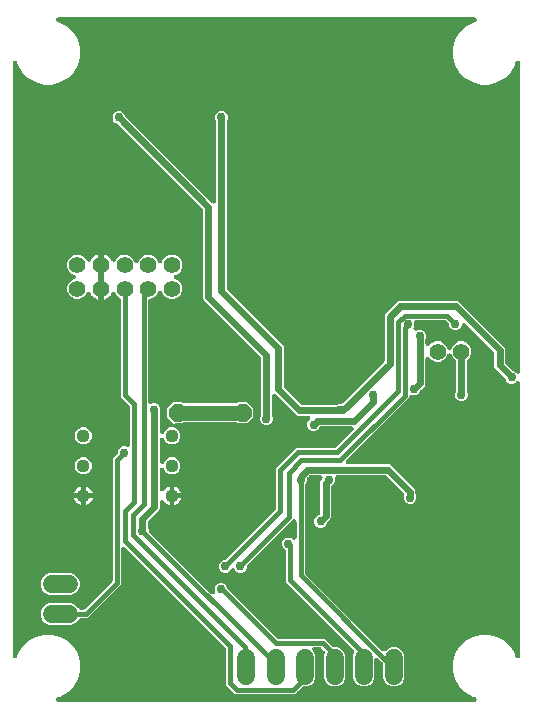
<source format=gbl>
G04 EAGLE Gerber RS-274X export*
G75*
%MOMM*%
%FSLAX34Y34*%
%LPD*%
%INBottom Copper*%
%IPPOS*%
%AMOC8*
5,1,8,0,0,1.08239X$1,22.5*%
G01*
%ADD10C,1.117600*%
%ADD11C,1.408000*%
%ADD12C,1.508000*%
%ADD13P,1.623585X8X22.500000*%
%ADD14C,1.270000*%
%ADD15C,0.756400*%
%ADD16C,0.406400*%
%ADD17C,0.381000*%
%ADD18C,0.609600*%
%ADD19C,1.500000*%

G36*
X401129Y10174D02*
X401129Y10174D01*
X401266Y10179D01*
X401328Y10194D01*
X401392Y10201D01*
X401524Y10241D01*
X401657Y10273D01*
X401716Y10300D01*
X401777Y10319D01*
X401898Y10384D01*
X402023Y10442D01*
X402075Y10480D01*
X402131Y10511D01*
X402237Y10598D01*
X402348Y10680D01*
X402391Y10727D01*
X402441Y10768D01*
X402527Y10875D01*
X402619Y10977D01*
X402653Y11032D01*
X402693Y11082D01*
X402756Y11204D01*
X402827Y11322D01*
X402849Y11382D01*
X402878Y11439D01*
X402916Y11571D01*
X402963Y11701D01*
X402972Y11764D01*
X402990Y11826D01*
X403001Y11963D01*
X403021Y12099D01*
X403018Y12163D01*
X403023Y12228D01*
X403007Y12364D01*
X402999Y12501D01*
X402983Y12564D01*
X402976Y12627D01*
X402933Y12758D01*
X402899Y12891D01*
X402871Y12949D01*
X402851Y13010D01*
X402784Y13130D01*
X402724Y13253D01*
X402685Y13305D01*
X402653Y13361D01*
X402563Y13465D01*
X402480Y13574D01*
X402432Y13617D01*
X402390Y13665D01*
X402281Y13750D01*
X402178Y13841D01*
X402123Y13873D01*
X402072Y13912D01*
X401949Y13973D01*
X401830Y14042D01*
X401760Y14067D01*
X401711Y14092D01*
X401634Y14112D01*
X401518Y14154D01*
X399516Y14690D01*
X393323Y18266D01*
X388266Y23323D01*
X384690Y29516D01*
X382839Y36424D01*
X382839Y43576D01*
X384690Y50484D01*
X388266Y56677D01*
X393323Y61734D01*
X399516Y65310D01*
X406424Y67161D01*
X413576Y67161D01*
X420484Y65310D01*
X426677Y61734D01*
X431734Y56677D01*
X435310Y50484D01*
X435846Y48482D01*
X435894Y48354D01*
X435935Y48223D01*
X435966Y48166D01*
X435988Y48106D01*
X436061Y47989D01*
X436127Y47869D01*
X436168Y47819D01*
X436202Y47765D01*
X436296Y47665D01*
X436384Y47559D01*
X436434Y47519D01*
X436479Y47472D01*
X436591Y47393D01*
X436698Y47307D01*
X436755Y47277D01*
X436808Y47240D01*
X436934Y47185D01*
X437055Y47122D01*
X437117Y47104D01*
X437176Y47078D01*
X437310Y47048D01*
X437442Y47010D01*
X437506Y47005D01*
X437569Y46991D01*
X437707Y46988D01*
X437844Y46977D01*
X437907Y46985D01*
X437972Y46984D01*
X438107Y47008D01*
X438243Y47024D01*
X438305Y47044D01*
X438368Y47056D01*
X438496Y47106D01*
X438626Y47149D01*
X438682Y47181D01*
X438742Y47204D01*
X438857Y47279D01*
X438977Y47347D01*
X439026Y47389D01*
X439079Y47424D01*
X439178Y47520D01*
X439282Y47610D01*
X439321Y47661D01*
X439367Y47706D01*
X439444Y47820D01*
X439528Y47928D01*
X439557Y47986D01*
X439593Y48039D01*
X439646Y48166D01*
X439708Y48289D01*
X439724Y48351D01*
X439749Y48410D01*
X439776Y48544D01*
X439812Y48677D01*
X439818Y48751D01*
X439829Y48805D01*
X439829Y48884D01*
X439839Y49008D01*
X439839Y279931D01*
X439838Y279939D01*
X439839Y279948D01*
X439818Y280140D01*
X439799Y280331D01*
X439797Y280340D01*
X439796Y280349D01*
X439738Y280531D01*
X439681Y280716D01*
X439677Y280724D01*
X439674Y280732D01*
X439581Y280901D01*
X439489Y281070D01*
X439484Y281077D01*
X439479Y281085D01*
X439354Y281233D01*
X439232Y281379D01*
X439225Y281385D01*
X439219Y281392D01*
X439068Y281511D01*
X438918Y281632D01*
X438910Y281636D01*
X438903Y281641D01*
X438732Y281728D01*
X438561Y281817D01*
X438552Y281820D01*
X438544Y281824D01*
X438359Y281875D01*
X438174Y281929D01*
X438165Y281929D01*
X438156Y281932D01*
X437964Y281946D01*
X437772Y281961D01*
X437764Y281960D01*
X437755Y281961D01*
X437564Y281937D01*
X437373Y281915D01*
X437364Y281912D01*
X437355Y281911D01*
X437174Y281850D01*
X436990Y281790D01*
X436982Y281785D01*
X436974Y281782D01*
X436808Y281687D01*
X436639Y281592D01*
X436632Y281586D01*
X436625Y281582D01*
X436372Y281367D01*
X435506Y280501D01*
X434680Y280159D01*
X433556Y279693D01*
X431444Y279693D01*
X429494Y280501D01*
X428001Y281994D01*
X427422Y283393D01*
X427407Y283420D01*
X427397Y283450D01*
X427312Y283598D01*
X427232Y283748D01*
X427212Y283772D01*
X427196Y283799D01*
X426981Y284052D01*
X418623Y292410D01*
X417927Y294090D01*
X417927Y305365D01*
X417925Y305391D01*
X417927Y305418D01*
X417905Y305592D01*
X417887Y305765D01*
X417880Y305791D01*
X417876Y305817D01*
X417821Y305983D01*
X417769Y306150D01*
X417756Y306174D01*
X417748Y306199D01*
X417661Y306351D01*
X417577Y306504D01*
X417560Y306525D01*
X417547Y306548D01*
X417332Y306801D01*
X393774Y330359D01*
X393767Y330365D01*
X393762Y330371D01*
X393612Y330492D01*
X393463Y330614D01*
X393455Y330618D01*
X393448Y330624D01*
X393277Y330713D01*
X393107Y330803D01*
X393099Y330805D01*
X393091Y330809D01*
X392905Y330863D01*
X392721Y330917D01*
X392712Y330918D01*
X392704Y330921D01*
X392512Y330936D01*
X392320Y330954D01*
X392311Y330953D01*
X392302Y330954D01*
X392113Y330931D01*
X391920Y330910D01*
X391911Y330908D01*
X391903Y330907D01*
X391721Y330847D01*
X391536Y330789D01*
X391528Y330785D01*
X391520Y330782D01*
X391351Y330687D01*
X391184Y330594D01*
X391177Y330588D01*
X391169Y330584D01*
X391023Y330458D01*
X390877Y330334D01*
X390871Y330327D01*
X390864Y330321D01*
X390747Y330169D01*
X390627Y330018D01*
X390623Y330010D01*
X390618Y330003D01*
X390532Y329831D01*
X390445Y329659D01*
X390442Y329650D01*
X390438Y329642D01*
X390388Y329456D01*
X390337Y329271D01*
X390336Y329262D01*
X390334Y329253D01*
X390309Y328950D01*
X389499Y326994D01*
X388006Y325501D01*
X386056Y324693D01*
X383944Y324693D01*
X381994Y325501D01*
X380501Y326994D01*
X379693Y328944D01*
X379693Y329615D01*
X379691Y329642D01*
X379693Y329668D01*
X379671Y329842D01*
X379653Y330016D01*
X379646Y330041D01*
X379642Y330068D01*
X379587Y330233D01*
X379535Y330401D01*
X379522Y330424D01*
X379514Y330449D01*
X379427Y330601D01*
X379343Y330755D01*
X379326Y330775D01*
X379313Y330798D01*
X379098Y331051D01*
X376963Y333186D01*
X376943Y333203D01*
X376925Y333224D01*
X376787Y333331D01*
X376652Y333441D01*
X376628Y333454D01*
X376607Y333470D01*
X376450Y333548D01*
X376296Y333630D01*
X376271Y333638D01*
X376246Y333650D01*
X376077Y333695D01*
X375910Y333745D01*
X375884Y333747D01*
X375858Y333754D01*
X375527Y333781D01*
X352218Y333781D01*
X352204Y333780D01*
X352191Y333781D01*
X352005Y333760D01*
X351817Y333741D01*
X351804Y333737D01*
X351791Y333736D01*
X351613Y333679D01*
X351432Y333623D01*
X351420Y333617D01*
X351408Y333613D01*
X351243Y333521D01*
X351078Y333431D01*
X351068Y333423D01*
X351056Y333416D01*
X350912Y333293D01*
X350769Y333174D01*
X350761Y333163D01*
X350750Y333155D01*
X350634Y333006D01*
X350517Y332860D01*
X350510Y332848D01*
X350502Y332838D01*
X350417Y332668D01*
X350331Y332503D01*
X350327Y332490D01*
X350321Y332478D01*
X350271Y332296D01*
X350220Y332116D01*
X350219Y332102D01*
X350215Y332089D01*
X350202Y331903D01*
X350187Y331714D01*
X350188Y331701D01*
X350187Y331688D01*
X350212Y331501D01*
X350234Y331315D01*
X350238Y331302D01*
X350240Y331289D01*
X350307Y331080D01*
X350307Y328944D01*
X349611Y327265D01*
X349609Y327257D01*
X349604Y327249D01*
X349550Y327063D01*
X349495Y326880D01*
X349494Y326871D01*
X349491Y326862D01*
X349475Y326670D01*
X349457Y326479D01*
X349457Y326470D01*
X349457Y326461D01*
X349478Y326270D01*
X349498Y326078D01*
X349501Y326070D01*
X349502Y326061D01*
X349561Y325876D01*
X349618Y325694D01*
X349622Y325686D01*
X349625Y325678D01*
X349720Y325508D01*
X349811Y325341D01*
X349817Y325334D01*
X349821Y325326D01*
X349946Y325181D01*
X350070Y325033D01*
X350077Y325027D01*
X350083Y325020D01*
X350234Y324902D01*
X350385Y324782D01*
X350393Y324778D01*
X350400Y324772D01*
X350572Y324686D01*
X350743Y324598D01*
X350752Y324595D01*
X350760Y324591D01*
X350945Y324541D01*
X351131Y324488D01*
X351140Y324487D01*
X351148Y324485D01*
X351343Y324472D01*
X351532Y324457D01*
X351541Y324458D01*
X351550Y324457D01*
X351742Y324483D01*
X351932Y324506D01*
X351940Y324508D01*
X351949Y324510D01*
X352265Y324611D01*
X353944Y325307D01*
X356056Y325307D01*
X358006Y324499D01*
X359499Y323006D01*
X360307Y321056D01*
X360307Y318944D01*
X359727Y317546D01*
X359718Y317516D01*
X359704Y317488D01*
X359660Y317323D01*
X359611Y317160D01*
X359608Y317129D01*
X359600Y317099D01*
X359573Y316768D01*
X359573Y313389D01*
X359574Y313380D01*
X359573Y313371D01*
X359594Y313179D01*
X359613Y312988D01*
X359615Y312980D01*
X359616Y312971D01*
X359674Y312789D01*
X359731Y312603D01*
X359735Y312595D01*
X359738Y312587D01*
X359831Y312419D01*
X359923Y312249D01*
X359928Y312243D01*
X359933Y312235D01*
X360058Y312087D01*
X360180Y311940D01*
X360187Y311935D01*
X360193Y311928D01*
X360345Y311808D01*
X360494Y311688D01*
X360502Y311684D01*
X360509Y311678D01*
X360682Y311590D01*
X360851Y311502D01*
X360860Y311500D01*
X360868Y311496D01*
X361054Y311444D01*
X361238Y311391D01*
X361247Y311390D01*
X361256Y311388D01*
X361448Y311374D01*
X361640Y311358D01*
X361648Y311359D01*
X361657Y311358D01*
X361850Y311383D01*
X362039Y311405D01*
X362048Y311408D01*
X362057Y311409D01*
X362240Y311470D01*
X362422Y311530D01*
X362430Y311534D01*
X362438Y311537D01*
X362604Y311632D01*
X362773Y311728D01*
X362780Y311734D01*
X362787Y311738D01*
X363040Y311953D01*
X365148Y314061D01*
X368296Y315365D01*
X371704Y315365D01*
X374852Y314061D01*
X377261Y311652D01*
X378123Y309569D01*
X378128Y309561D01*
X378130Y309553D01*
X378222Y309385D01*
X378314Y309214D01*
X378319Y309207D01*
X378324Y309200D01*
X378447Y309052D01*
X378570Y308904D01*
X378577Y308898D01*
X378583Y308891D01*
X378733Y308772D01*
X378883Y308650D01*
X378891Y308646D01*
X378897Y308640D01*
X379068Y308553D01*
X379239Y308463D01*
X379248Y308461D01*
X379256Y308457D01*
X379439Y308404D01*
X379625Y308350D01*
X379635Y308349D01*
X379643Y308347D01*
X379834Y308332D01*
X380027Y308315D01*
X380036Y308316D01*
X380044Y308316D01*
X380234Y308339D01*
X380427Y308361D01*
X380435Y308363D01*
X380444Y308364D01*
X380624Y308424D01*
X380810Y308484D01*
X380818Y308488D01*
X380826Y308491D01*
X380992Y308585D01*
X381161Y308680D01*
X381168Y308686D01*
X381176Y308690D01*
X381321Y308817D01*
X381467Y308942D01*
X381473Y308949D01*
X381480Y308955D01*
X381597Y309107D01*
X381716Y309259D01*
X381720Y309267D01*
X381725Y309274D01*
X381877Y309569D01*
X382739Y311652D01*
X385148Y314061D01*
X388296Y315365D01*
X391704Y315365D01*
X394852Y314061D01*
X397261Y311652D01*
X398565Y308504D01*
X398565Y305096D01*
X397261Y301948D01*
X395168Y299855D01*
X395151Y299835D01*
X395130Y299817D01*
X395023Y299679D01*
X394913Y299544D01*
X394900Y299520D01*
X394884Y299499D01*
X394806Y299342D01*
X394724Y299188D01*
X394716Y299163D01*
X394704Y299139D01*
X394659Y298969D01*
X394609Y298802D01*
X394607Y298776D01*
X394600Y298750D01*
X394573Y298419D01*
X394573Y273232D01*
X394576Y273201D01*
X394574Y273169D01*
X394596Y273000D01*
X394613Y272831D01*
X394622Y272801D01*
X394626Y272770D01*
X394727Y272454D01*
X395307Y271056D01*
X395307Y268944D01*
X394499Y266994D01*
X393006Y265501D01*
X391056Y264693D01*
X388944Y264693D01*
X386994Y265501D01*
X385501Y266994D01*
X384693Y268944D01*
X384693Y271056D01*
X385273Y272454D01*
X385282Y272484D01*
X385296Y272512D01*
X385340Y272677D01*
X385389Y272840D01*
X385392Y272871D01*
X385400Y272901D01*
X385427Y273232D01*
X385427Y298419D01*
X385425Y298446D01*
X385427Y298472D01*
X385405Y298646D01*
X385387Y298820D01*
X385380Y298845D01*
X385376Y298872D01*
X385320Y299038D01*
X385269Y299205D01*
X385256Y299228D01*
X385248Y299253D01*
X385161Y299405D01*
X385077Y299559D01*
X385060Y299579D01*
X385047Y299602D01*
X384832Y299855D01*
X382739Y301948D01*
X381877Y304031D01*
X381872Y304039D01*
X381870Y304047D01*
X381777Y304217D01*
X381686Y304386D01*
X381681Y304393D01*
X381676Y304400D01*
X381553Y304548D01*
X381430Y304696D01*
X381423Y304702D01*
X381417Y304709D01*
X381267Y304829D01*
X381117Y304950D01*
X381109Y304954D01*
X381102Y304960D01*
X380930Y305048D01*
X380761Y305137D01*
X380752Y305139D01*
X380744Y305143D01*
X380559Y305196D01*
X380374Y305250D01*
X380365Y305251D01*
X380357Y305253D01*
X380166Y305268D01*
X379973Y305285D01*
X379964Y305284D01*
X379956Y305284D01*
X379764Y305261D01*
X379573Y305239D01*
X379565Y305237D01*
X379556Y305236D01*
X379373Y305175D01*
X379190Y305116D01*
X379182Y305112D01*
X379174Y305109D01*
X379007Y305014D01*
X378838Y304920D01*
X378832Y304914D01*
X378824Y304910D01*
X378680Y304784D01*
X378533Y304658D01*
X378527Y304651D01*
X378520Y304645D01*
X378403Y304493D01*
X378284Y304341D01*
X378280Y304333D01*
X378275Y304326D01*
X378123Y304031D01*
X377261Y301948D01*
X374852Y299539D01*
X371704Y298235D01*
X368296Y298235D01*
X365148Y299539D01*
X363040Y301647D01*
X363033Y301653D01*
X363028Y301660D01*
X362878Y301780D01*
X362729Y301902D01*
X362721Y301907D01*
X362714Y301912D01*
X362544Y302001D01*
X362373Y302091D01*
X362364Y302094D01*
X362357Y302098D01*
X362172Y302151D01*
X361987Y302206D01*
X361978Y302207D01*
X361970Y302209D01*
X361779Y302225D01*
X361586Y302242D01*
X361577Y302241D01*
X361568Y302242D01*
X361379Y302220D01*
X361186Y302199D01*
X361177Y302196D01*
X361169Y302195D01*
X360987Y302136D01*
X360802Y302077D01*
X360794Y302073D01*
X360786Y302070D01*
X360617Y301975D01*
X360450Y301882D01*
X360443Y301877D01*
X360435Y301872D01*
X360289Y301746D01*
X360143Y301622D01*
X360137Y301615D01*
X360130Y301609D01*
X360013Y301458D01*
X359893Y301306D01*
X359889Y301298D01*
X359884Y301291D01*
X359798Y301119D01*
X359711Y300947D01*
X359708Y300939D01*
X359704Y300931D01*
X359654Y300745D01*
X359603Y300559D01*
X359602Y300550D01*
X359600Y300542D01*
X359573Y300211D01*
X359573Y279090D01*
X358877Y277410D01*
X355519Y274052D01*
X355499Y274028D01*
X355475Y274007D01*
X355371Y273872D01*
X355263Y273740D01*
X355249Y273713D01*
X355230Y273688D01*
X355078Y273393D01*
X354499Y271994D01*
X353006Y270501D01*
X351056Y269693D01*
X348944Y269693D01*
X348338Y269944D01*
X348325Y269948D01*
X348314Y269954D01*
X348133Y270006D01*
X347953Y270061D01*
X347940Y270062D01*
X347927Y270066D01*
X347738Y270081D01*
X347552Y270099D01*
X347539Y270098D01*
X347525Y270099D01*
X347339Y270077D01*
X347152Y270057D01*
X347139Y270053D01*
X347126Y270052D01*
X346948Y269994D01*
X346767Y269937D01*
X346756Y269931D01*
X346743Y269927D01*
X346579Y269834D01*
X346414Y269744D01*
X346404Y269736D01*
X346392Y269729D01*
X346250Y269606D01*
X346106Y269485D01*
X346098Y269475D01*
X346087Y269466D01*
X345973Y269318D01*
X345855Y269170D01*
X345849Y269158D01*
X345841Y269148D01*
X345757Y268980D01*
X345671Y268812D01*
X345667Y268799D01*
X345661Y268787D01*
X345612Y268605D01*
X345561Y268425D01*
X345560Y268411D01*
X345557Y268398D01*
X345530Y268068D01*
X345530Y267679D01*
X292645Y214794D01*
X292639Y214787D01*
X292632Y214782D01*
X292512Y214632D01*
X292390Y214483D01*
X292385Y214475D01*
X292380Y214468D01*
X292291Y214297D01*
X292201Y214127D01*
X292198Y214119D01*
X292194Y214111D01*
X292141Y213925D01*
X292086Y213741D01*
X292085Y213732D01*
X292083Y213724D01*
X292067Y213532D01*
X292050Y213340D01*
X292051Y213331D01*
X292050Y213322D01*
X292072Y213133D01*
X292093Y212940D01*
X292096Y212931D01*
X292097Y212923D01*
X292156Y212741D01*
X292215Y212556D01*
X292219Y212548D01*
X292222Y212540D01*
X292317Y212371D01*
X292410Y212204D01*
X292415Y212197D01*
X292420Y212189D01*
X292546Y212043D01*
X292670Y211897D01*
X292677Y211891D01*
X292683Y211884D01*
X292834Y211767D01*
X292986Y211647D01*
X292994Y211643D01*
X293001Y211638D01*
X293173Y211552D01*
X293345Y211465D01*
X293353Y211462D01*
X293361Y211458D01*
X293548Y211408D01*
X293733Y211357D01*
X293742Y211356D01*
X293750Y211354D01*
X294081Y211327D01*
X328756Y211327D01*
X330436Y210631D01*
X350477Y190590D01*
X351173Y188910D01*
X351173Y186232D01*
X351176Y186201D01*
X351174Y186169D01*
X351196Y186000D01*
X351213Y185831D01*
X351222Y185801D01*
X351226Y185770D01*
X351327Y185454D01*
X351907Y184056D01*
X351907Y181944D01*
X351099Y179994D01*
X349606Y178501D01*
X347656Y177693D01*
X345544Y177693D01*
X343594Y178501D01*
X342101Y179994D01*
X341293Y181944D01*
X341293Y184056D01*
X341589Y184770D01*
X341596Y184792D01*
X341606Y184812D01*
X341654Y184984D01*
X341706Y185156D01*
X341708Y185178D01*
X341714Y185200D01*
X341727Y185379D01*
X341744Y185557D01*
X341742Y185579D01*
X341743Y185601D01*
X341721Y185779D01*
X341702Y185957D01*
X341696Y185978D01*
X341693Y186001D01*
X341636Y186171D01*
X341583Y186342D01*
X341572Y186361D01*
X341565Y186382D01*
X341475Y186537D01*
X341389Y186695D01*
X341375Y186712D01*
X341364Y186731D01*
X341149Y186984D01*
X326547Y201586D01*
X326526Y201603D01*
X326509Y201624D01*
X326371Y201731D01*
X326235Y201841D01*
X326212Y201854D01*
X326191Y201870D01*
X326034Y201948D01*
X325880Y202030D01*
X325854Y202038D01*
X325830Y202050D01*
X325661Y202095D01*
X325494Y202145D01*
X325467Y202147D01*
X325441Y202154D01*
X325111Y202181D01*
X285318Y202181D01*
X285304Y202180D01*
X285291Y202181D01*
X285104Y202160D01*
X284917Y202141D01*
X284904Y202137D01*
X284891Y202136D01*
X284712Y202078D01*
X284532Y202023D01*
X284520Y202017D01*
X284507Y202013D01*
X284343Y201921D01*
X284178Y201831D01*
X284168Y201823D01*
X284156Y201816D01*
X284012Y201693D01*
X283869Y201574D01*
X283860Y201563D01*
X283850Y201554D01*
X283734Y201406D01*
X283617Y201260D01*
X283610Y201248D01*
X283602Y201237D01*
X283517Y201069D01*
X283431Y200903D01*
X283427Y200890D01*
X283421Y200878D01*
X283372Y200696D01*
X283320Y200516D01*
X283319Y200502D01*
X283315Y200489D01*
X283302Y200302D01*
X283287Y200114D01*
X283288Y200101D01*
X283287Y200088D01*
X283312Y199902D01*
X283334Y199715D01*
X283338Y199702D01*
X283340Y199688D01*
X283407Y199479D01*
X283407Y197344D01*
X282599Y195394D01*
X281106Y193901D01*
X280927Y193827D01*
X280907Y193816D01*
X280886Y193809D01*
X280730Y193721D01*
X280572Y193637D01*
X280555Y193623D01*
X280535Y193612D01*
X280399Y193494D01*
X280261Y193380D01*
X280247Y193363D01*
X280230Y193348D01*
X280121Y193207D01*
X280008Y193068D01*
X279997Y193048D01*
X279984Y193030D01*
X279904Y192870D01*
X279821Y192711D01*
X279814Y192690D01*
X279804Y192670D01*
X279758Y192496D01*
X279708Y192325D01*
X279706Y192303D01*
X279700Y192281D01*
X279673Y191950D01*
X279673Y166293D01*
X278977Y164613D01*
X277405Y163041D01*
X276415Y162051D01*
X276395Y162027D01*
X276372Y162006D01*
X276268Y161872D01*
X276160Y161740D01*
X276145Y161712D01*
X276126Y161687D01*
X275975Y161392D01*
X275395Y159993D01*
X273903Y158500D01*
X271952Y157693D01*
X269841Y157693D01*
X267891Y158500D01*
X266398Y159993D01*
X265590Y161944D01*
X265590Y164055D01*
X266398Y166005D01*
X267890Y167498D01*
X269273Y168071D01*
X269293Y168081D01*
X269314Y168088D01*
X269470Y168177D01*
X269628Y168261D01*
X269645Y168275D01*
X269665Y168286D01*
X269801Y168403D01*
X269939Y168518D01*
X269953Y168535D01*
X269970Y168549D01*
X270079Y168690D01*
X270192Y168830D01*
X270203Y168850D01*
X270216Y168868D01*
X270296Y169028D01*
X270379Y169187D01*
X270386Y169208D01*
X270396Y169228D01*
X270442Y169401D01*
X270492Y169573D01*
X270494Y169595D01*
X270500Y169617D01*
X270527Y169948D01*
X270527Y196310D01*
X271223Y197990D01*
X271947Y198714D01*
X271953Y198721D01*
X271959Y198726D01*
X272079Y198875D01*
X272202Y199025D01*
X272206Y199033D01*
X272212Y199040D01*
X272300Y199210D01*
X272391Y199381D01*
X272393Y199390D01*
X272397Y199397D01*
X272450Y199582D01*
X272505Y199767D01*
X272506Y199776D01*
X272509Y199784D01*
X272524Y199975D01*
X272542Y200168D01*
X272541Y200177D01*
X272542Y200186D01*
X272519Y200375D01*
X272498Y200568D01*
X272496Y200577D01*
X272495Y200585D01*
X272435Y200768D01*
X272377Y200952D01*
X272373Y200960D01*
X272370Y200968D01*
X272276Y201135D01*
X272182Y201304D01*
X272176Y201311D01*
X272172Y201319D01*
X272047Y201464D01*
X271922Y201611D01*
X271915Y201617D01*
X271909Y201624D01*
X271757Y201741D01*
X271606Y201861D01*
X271598Y201865D01*
X271591Y201870D01*
X271419Y201956D01*
X271247Y202043D01*
X271238Y202046D01*
X271230Y202050D01*
X271045Y202099D01*
X270859Y202151D01*
X270850Y202152D01*
X270841Y202154D01*
X270511Y202181D01*
X262475Y202181D01*
X262449Y202179D01*
X262422Y202181D01*
X262248Y202159D01*
X262074Y202141D01*
X262049Y202134D01*
X262022Y202130D01*
X261857Y202075D01*
X261690Y202023D01*
X261666Y202010D01*
X261641Y202002D01*
X261489Y201915D01*
X261336Y201831D01*
X261315Y201814D01*
X261292Y201801D01*
X261039Y201586D01*
X259802Y200349D01*
X259785Y200329D01*
X259764Y200311D01*
X259657Y200173D01*
X259547Y200038D01*
X259534Y200014D01*
X259518Y199993D01*
X259440Y199836D01*
X259358Y199682D01*
X259350Y199657D01*
X259338Y199632D01*
X259293Y199463D01*
X259243Y199296D01*
X259241Y199270D01*
X259234Y199244D01*
X259207Y198913D01*
X259207Y197344D01*
X258399Y195394D01*
X257925Y194920D01*
X257908Y194899D01*
X257887Y194882D01*
X257781Y194744D01*
X257670Y194608D01*
X257657Y194585D01*
X257641Y194564D01*
X257563Y194407D01*
X257481Y194253D01*
X257473Y194227D01*
X257461Y194203D01*
X257416Y194034D01*
X257366Y193867D01*
X257364Y193840D01*
X257357Y193814D01*
X257330Y193484D01*
X257330Y120060D01*
X257332Y120033D01*
X257330Y120007D01*
X257352Y119833D01*
X257370Y119659D01*
X257377Y119634D01*
X257381Y119607D01*
X257436Y119442D01*
X257488Y119274D01*
X257501Y119251D01*
X257509Y119226D01*
X257596Y119074D01*
X257680Y118920D01*
X257697Y118900D01*
X257710Y118877D01*
X257925Y118624D01*
X323008Y53540D01*
X323022Y53529D01*
X323033Y53515D01*
X323178Y53401D01*
X323320Y53285D01*
X323335Y53277D01*
X323349Y53266D01*
X323514Y53182D01*
X323675Y53097D01*
X323692Y53091D01*
X323708Y53083D01*
X323886Y53034D01*
X324061Y52982D01*
X324079Y52980D01*
X324096Y52975D01*
X324279Y52962D01*
X324462Y52945D01*
X324480Y52947D01*
X324498Y52946D01*
X324680Y52969D01*
X324862Y52989D01*
X324879Y52994D01*
X324897Y52996D01*
X325071Y53055D01*
X325246Y53110D01*
X325262Y53119D01*
X325279Y53125D01*
X325438Y53216D01*
X325599Y53305D01*
X325612Y53317D01*
X325628Y53326D01*
X325881Y53540D01*
X327565Y55225D01*
X330897Y56605D01*
X334503Y56605D01*
X337835Y55225D01*
X340385Y52675D01*
X341765Y49343D01*
X341765Y30657D01*
X340385Y27325D01*
X337835Y24775D01*
X334503Y23395D01*
X330897Y23395D01*
X327565Y24775D01*
X325015Y27325D01*
X323635Y30657D01*
X323635Y42371D01*
X323633Y42397D01*
X323635Y42424D01*
X323613Y42598D01*
X323595Y42772D01*
X323588Y42797D01*
X323584Y42824D01*
X323529Y42989D01*
X323477Y43156D01*
X323464Y43180D01*
X323456Y43205D01*
X323369Y43356D01*
X323285Y43510D01*
X323268Y43531D01*
X323255Y43554D01*
X323040Y43807D01*
X319832Y47015D01*
X319825Y47021D01*
X319820Y47028D01*
X319670Y47148D01*
X319521Y47270D01*
X319513Y47275D01*
X319506Y47280D01*
X319336Y47369D01*
X319165Y47459D01*
X319156Y47462D01*
X319149Y47466D01*
X318964Y47519D01*
X318779Y47574D01*
X318770Y47575D01*
X318762Y47577D01*
X318571Y47593D01*
X318378Y47610D01*
X318369Y47609D01*
X318360Y47610D01*
X318171Y47588D01*
X317978Y47567D01*
X317969Y47564D01*
X317961Y47563D01*
X317779Y47504D01*
X317594Y47445D01*
X317586Y47441D01*
X317578Y47438D01*
X317409Y47343D01*
X317242Y47250D01*
X317235Y47245D01*
X317227Y47240D01*
X317081Y47114D01*
X316935Y46990D01*
X316929Y46983D01*
X316922Y46977D01*
X316805Y46826D01*
X316685Y46674D01*
X316681Y46666D01*
X316676Y46659D01*
X316590Y46487D01*
X316503Y46315D01*
X316500Y46307D01*
X316496Y46298D01*
X316446Y46113D01*
X316395Y45927D01*
X316394Y45918D01*
X316392Y45910D01*
X316365Y45579D01*
X316365Y30657D01*
X314985Y27325D01*
X312435Y24775D01*
X309103Y23395D01*
X305497Y23395D01*
X302165Y24775D01*
X299615Y27325D01*
X298235Y30657D01*
X298235Y49343D01*
X299289Y51887D01*
X299296Y51909D01*
X299306Y51928D01*
X299354Y52101D01*
X299406Y52273D01*
X299408Y52295D01*
X299414Y52316D01*
X299427Y52496D01*
X299444Y52673D01*
X299441Y52695D01*
X299443Y52718D01*
X299420Y52897D01*
X299402Y53074D01*
X299395Y53095D01*
X299393Y53117D01*
X299335Y53288D01*
X299282Y53458D01*
X299271Y53478D01*
X299264Y53499D01*
X299175Y53655D01*
X299089Y53811D01*
X299075Y53828D01*
X299063Y53848D01*
X298849Y54101D01*
X241386Y111564D01*
X241386Y137748D01*
X241383Y137770D01*
X241385Y137792D01*
X241364Y137970D01*
X241346Y138148D01*
X241339Y138170D01*
X241336Y138192D01*
X241280Y138362D01*
X241228Y138533D01*
X241217Y138553D01*
X241210Y138574D01*
X241121Y138730D01*
X241036Y138887D01*
X241022Y138904D01*
X241010Y138924D01*
X240893Y139059D01*
X240778Y139197D01*
X240761Y139211D01*
X240746Y139227D01*
X240603Y139337D01*
X240464Y139449D01*
X240445Y139459D01*
X240427Y139473D01*
X240420Y139476D01*
X238879Y141018D01*
X238071Y142968D01*
X238071Y145080D01*
X238879Y147030D01*
X240371Y148523D01*
X242322Y149331D01*
X244433Y149331D01*
X246383Y148523D01*
X247003Y147904D01*
X247010Y147898D01*
X247015Y147891D01*
X247164Y147771D01*
X247314Y147648D01*
X247322Y147644D01*
X247329Y147639D01*
X247499Y147551D01*
X247670Y147460D01*
X247679Y147457D01*
X247686Y147453D01*
X247871Y147400D01*
X248056Y147345D01*
X248065Y147344D01*
X248073Y147342D01*
X248264Y147326D01*
X248457Y147309D01*
X248466Y147310D01*
X248475Y147309D01*
X248664Y147331D01*
X248857Y147352D01*
X248866Y147355D01*
X248874Y147356D01*
X249057Y147416D01*
X249241Y147474D01*
X249249Y147478D01*
X249257Y147481D01*
X249426Y147576D01*
X249593Y147668D01*
X249600Y147674D01*
X249608Y147679D01*
X249754Y147805D01*
X249900Y147929D01*
X249906Y147936D01*
X249913Y147942D01*
X250031Y148094D01*
X250150Y148245D01*
X250154Y148253D01*
X250159Y148260D01*
X250246Y148433D01*
X250332Y148604D01*
X250335Y148612D01*
X250339Y148620D01*
X250389Y148807D01*
X250440Y148992D01*
X250441Y149001D01*
X250443Y149009D01*
X250470Y149340D01*
X250470Y162716D01*
X250469Y162725D01*
X250470Y162734D01*
X250449Y162926D01*
X250430Y163117D01*
X250428Y163125D01*
X250427Y163134D01*
X250369Y163316D01*
X250312Y163502D01*
X250308Y163510D01*
X250305Y163518D01*
X250212Y163686D01*
X250120Y163856D01*
X250115Y163862D01*
X250110Y163870D01*
X249985Y164018D01*
X249863Y164165D01*
X249856Y164170D01*
X249850Y164177D01*
X249698Y164297D01*
X249549Y164417D01*
X249541Y164421D01*
X249534Y164427D01*
X249362Y164514D01*
X249192Y164603D01*
X249183Y164605D01*
X249175Y164609D01*
X248989Y164661D01*
X248805Y164714D01*
X248796Y164715D01*
X248787Y164717D01*
X248595Y164731D01*
X248403Y164747D01*
X248395Y164746D01*
X248386Y164747D01*
X248193Y164722D01*
X248004Y164700D01*
X247995Y164697D01*
X247986Y164696D01*
X247803Y164635D01*
X247621Y164575D01*
X247613Y164571D01*
X247605Y164568D01*
X247439Y164473D01*
X247270Y164377D01*
X247263Y164371D01*
X247256Y164367D01*
X247003Y164152D01*
X245215Y162364D01*
X208802Y125951D01*
X208785Y125931D01*
X208764Y125913D01*
X208657Y125775D01*
X208547Y125640D01*
X208534Y125616D01*
X208518Y125595D01*
X208440Y125438D01*
X208358Y125284D01*
X208350Y125259D01*
X208338Y125234D01*
X208293Y125065D01*
X208243Y124898D01*
X208241Y124872D01*
X208234Y124846D01*
X208207Y124515D01*
X208207Y123844D01*
X207399Y121894D01*
X205906Y120401D01*
X204190Y119690D01*
X203956Y119593D01*
X201844Y119593D01*
X199894Y120401D01*
X198401Y121894D01*
X198306Y122124D01*
X198302Y122132D01*
X198299Y122140D01*
X198207Y122309D01*
X198116Y122479D01*
X198110Y122486D01*
X198106Y122494D01*
X197982Y122640D01*
X197859Y122789D01*
X197852Y122795D01*
X197847Y122802D01*
X197696Y122921D01*
X197547Y123043D01*
X197539Y123047D01*
X197532Y123053D01*
X197360Y123141D01*
X197190Y123230D01*
X197182Y123232D01*
X197174Y123237D01*
X196987Y123290D01*
X196804Y123343D01*
X196795Y123344D01*
X196786Y123346D01*
X196593Y123361D01*
X196403Y123378D01*
X196394Y123377D01*
X196385Y123377D01*
X196194Y123354D01*
X196003Y123333D01*
X195994Y123330D01*
X195985Y123329D01*
X195803Y123268D01*
X195619Y123209D01*
X195611Y123205D01*
X195603Y123202D01*
X195436Y123107D01*
X195268Y123013D01*
X195261Y123007D01*
X195253Y123003D01*
X195108Y122876D01*
X194962Y122751D01*
X194956Y122744D01*
X194950Y122738D01*
X194832Y122586D01*
X194714Y122434D01*
X194710Y122426D01*
X194704Y122419D01*
X194553Y122124D01*
X194499Y121994D01*
X193006Y120501D01*
X191056Y119693D01*
X188944Y119693D01*
X186994Y120501D01*
X185501Y121994D01*
X184693Y123944D01*
X184693Y126056D01*
X185501Y128006D01*
X186994Y129499D01*
X188944Y130307D01*
X189615Y130307D01*
X189642Y130309D01*
X189668Y130307D01*
X189842Y130329D01*
X190016Y130347D01*
X190041Y130354D01*
X190068Y130358D01*
X190233Y130413D01*
X190401Y130465D01*
X190424Y130478D01*
X190449Y130486D01*
X190601Y130573D01*
X190755Y130657D01*
X190775Y130674D01*
X190798Y130687D01*
X191051Y130902D01*
X232330Y172181D01*
X232347Y172201D01*
X232368Y172219D01*
X232475Y172357D01*
X232585Y172492D01*
X232598Y172516D01*
X232614Y172537D01*
X232692Y172694D01*
X232774Y172848D01*
X232782Y172873D01*
X232794Y172898D01*
X232839Y173067D01*
X232889Y173234D01*
X232891Y173260D01*
X232898Y173286D01*
X232925Y173617D01*
X232925Y207793D01*
X250127Y224995D01*
X282303Y224995D01*
X282330Y224997D01*
X282356Y224995D01*
X282530Y225017D01*
X282704Y225035D01*
X282729Y225042D01*
X282756Y225046D01*
X282921Y225101D01*
X283089Y225153D01*
X283112Y225166D01*
X283137Y225174D01*
X283289Y225261D01*
X283443Y225345D01*
X283463Y225362D01*
X283486Y225375D01*
X283739Y225590D01*
X298209Y240060D01*
X298215Y240067D01*
X298222Y240072D01*
X298342Y240222D01*
X298464Y240371D01*
X298469Y240379D01*
X298474Y240386D01*
X298563Y240556D01*
X298653Y240727D01*
X298656Y240736D01*
X298660Y240743D01*
X298713Y240928D01*
X298768Y241113D01*
X298769Y241122D01*
X298771Y241130D01*
X298787Y241322D01*
X298804Y241514D01*
X298803Y241523D01*
X298804Y241532D01*
X298782Y241721D01*
X298761Y241914D01*
X298758Y241923D01*
X298757Y241931D01*
X298698Y242113D01*
X298639Y242298D01*
X298635Y242306D01*
X298632Y242314D01*
X298537Y242483D01*
X298444Y242650D01*
X298439Y242657D01*
X298434Y242665D01*
X298308Y242811D01*
X298184Y242957D01*
X298177Y242963D01*
X298171Y242970D01*
X298020Y243087D01*
X297868Y243207D01*
X297860Y243211D01*
X297853Y243216D01*
X297681Y243302D01*
X297509Y243389D01*
X297501Y243392D01*
X297493Y243396D01*
X297306Y243446D01*
X297121Y243497D01*
X297112Y243498D01*
X297104Y243500D01*
X296773Y243527D01*
X271491Y243527D01*
X271469Y243525D01*
X271447Y243527D01*
X271269Y243505D01*
X271091Y243487D01*
X271069Y243481D01*
X271047Y243478D01*
X270876Y243422D01*
X270706Y243369D01*
X270686Y243359D01*
X270665Y243352D01*
X270509Y243263D01*
X270352Y243177D01*
X270335Y243163D01*
X270315Y243152D01*
X270180Y243034D01*
X270042Y242920D01*
X270028Y242902D01*
X270012Y242888D01*
X269902Y242745D01*
X269790Y242606D01*
X269780Y242586D01*
X269766Y242569D01*
X269615Y242273D01*
X269499Y241994D01*
X268006Y240501D01*
X266056Y239693D01*
X263944Y239693D01*
X261994Y240501D01*
X260501Y241994D01*
X259693Y243944D01*
X259693Y246056D01*
X260501Y248006D01*
X261555Y249060D01*
X261560Y249067D01*
X261567Y249072D01*
X261688Y249223D01*
X261810Y249371D01*
X261814Y249379D01*
X261820Y249386D01*
X261908Y249556D01*
X261999Y249727D01*
X262001Y249736D01*
X262005Y249743D01*
X262058Y249926D01*
X262113Y250113D01*
X262114Y250122D01*
X262117Y250130D01*
X262132Y250321D01*
X262150Y250514D01*
X262149Y250523D01*
X262149Y250532D01*
X262127Y250721D01*
X262106Y250914D01*
X262104Y250923D01*
X262103Y250931D01*
X262043Y251113D01*
X261985Y251298D01*
X261981Y251306D01*
X261978Y251314D01*
X261884Y251481D01*
X261790Y251650D01*
X261784Y251657D01*
X261780Y251665D01*
X261655Y251810D01*
X261530Y251957D01*
X261522Y251963D01*
X261517Y251970D01*
X261366Y252086D01*
X261214Y252207D01*
X261206Y252211D01*
X261199Y252216D01*
X261028Y252301D01*
X260855Y252389D01*
X260846Y252392D01*
X260838Y252396D01*
X260653Y252445D01*
X260467Y252497D01*
X260458Y252498D01*
X260449Y252500D01*
X260119Y252527D01*
X251990Y252527D01*
X250310Y253223D01*
X233040Y270493D01*
X233033Y270499D01*
X233028Y270505D01*
X232878Y270626D01*
X232729Y270748D01*
X232721Y270752D01*
X232714Y270758D01*
X232544Y270846D01*
X232373Y270937D01*
X232364Y270939D01*
X232357Y270943D01*
X232172Y270996D01*
X231987Y271051D01*
X231978Y271052D01*
X231970Y271055D01*
X231778Y271070D01*
X231586Y271088D01*
X231577Y271087D01*
X231568Y271088D01*
X231379Y271065D01*
X231186Y271044D01*
X231177Y271042D01*
X231169Y271041D01*
X230987Y270981D01*
X230802Y270923D01*
X230794Y270919D01*
X230786Y270916D01*
X230617Y270821D01*
X230450Y270728D01*
X230443Y270722D01*
X230435Y270718D01*
X230289Y270592D01*
X230143Y270468D01*
X230137Y270461D01*
X230130Y270455D01*
X230013Y270303D01*
X229893Y270152D01*
X229889Y270144D01*
X229884Y270137D01*
X229798Y269965D01*
X229711Y269793D01*
X229708Y269784D01*
X229704Y269776D01*
X229654Y269589D01*
X229603Y269405D01*
X229602Y269396D01*
X229600Y269387D01*
X229573Y269057D01*
X229573Y253232D01*
X229576Y253201D01*
X229574Y253169D01*
X229596Y253000D01*
X229613Y252831D01*
X229622Y252801D01*
X229626Y252770D01*
X229727Y252454D01*
X230307Y251056D01*
X230307Y248944D01*
X229499Y246994D01*
X228006Y245501D01*
X226056Y244693D01*
X223944Y244693D01*
X221994Y245501D01*
X220501Y246994D01*
X219693Y248944D01*
X219693Y251056D01*
X220273Y252454D01*
X220282Y252484D01*
X220296Y252512D01*
X220340Y252677D01*
X220389Y252840D01*
X220392Y252871D01*
X220400Y252901D01*
X220427Y253232D01*
X220427Y301188D01*
X220425Y301215D01*
X220427Y301242D01*
X220405Y301415D01*
X220387Y301589D01*
X220380Y301614D01*
X220376Y301641D01*
X220321Y301807D01*
X220269Y301974D01*
X220256Y301997D01*
X220248Y302023D01*
X220161Y302174D01*
X220077Y302328D01*
X220060Y302348D01*
X220047Y302372D01*
X219832Y302625D01*
X171903Y350553D01*
X171207Y352234D01*
X171207Y426485D01*
X171205Y426511D01*
X171207Y426538D01*
X171185Y426712D01*
X171167Y426885D01*
X171160Y426911D01*
X171156Y426937D01*
X171101Y427103D01*
X171049Y427270D01*
X171036Y427294D01*
X171028Y427319D01*
X170941Y427471D01*
X170857Y427624D01*
X170840Y427645D01*
X170827Y427668D01*
X170612Y427921D01*
X99052Y499481D01*
X99028Y499501D01*
X99007Y499525D01*
X98872Y499629D01*
X98740Y499737D01*
X98713Y499751D01*
X98688Y499770D01*
X98393Y499922D01*
X96994Y500501D01*
X95501Y501994D01*
X94693Y503944D01*
X94693Y506056D01*
X95501Y508006D01*
X96994Y509499D01*
X98944Y510307D01*
X101056Y510307D01*
X103006Y509499D01*
X104499Y508006D01*
X105078Y506607D01*
X105093Y506580D01*
X105103Y506550D01*
X105188Y506402D01*
X105268Y506252D01*
X105288Y506228D01*
X105304Y506201D01*
X105519Y505948D01*
X178085Y433382D01*
X178760Y432707D01*
X178767Y432701D01*
X178772Y432695D01*
X178921Y432575D01*
X179071Y432452D01*
X179079Y432448D01*
X179086Y432442D01*
X179255Y432355D01*
X179427Y432263D01*
X179436Y432261D01*
X179443Y432257D01*
X179627Y432204D01*
X179813Y432149D01*
X179822Y432148D01*
X179830Y432145D01*
X180021Y432130D01*
X180214Y432112D01*
X180223Y432113D01*
X180232Y432112D01*
X180421Y432135D01*
X180614Y432156D01*
X180623Y432158D01*
X180631Y432159D01*
X180814Y432219D01*
X180998Y432277D01*
X181006Y432281D01*
X181014Y432284D01*
X181183Y432379D01*
X181350Y432472D01*
X181357Y432478D01*
X181365Y432482D01*
X181510Y432608D01*
X181657Y432732D01*
X181663Y432739D01*
X181670Y432745D01*
X181787Y432897D01*
X181907Y433048D01*
X181911Y433056D01*
X181916Y433063D01*
X182003Y433237D01*
X182089Y433407D01*
X182092Y433416D01*
X182096Y433424D01*
X182146Y433612D01*
X182197Y433795D01*
X182198Y433804D01*
X182200Y433813D01*
X182227Y434143D01*
X182227Y501768D01*
X182224Y501799D01*
X182226Y501831D01*
X182204Y502000D01*
X182187Y502169D01*
X182178Y502199D01*
X182174Y502230D01*
X182073Y502546D01*
X181493Y503944D01*
X181493Y506056D01*
X182301Y508006D01*
X183794Y509499D01*
X185744Y510307D01*
X187856Y510307D01*
X189806Y509499D01*
X191299Y508006D01*
X192107Y506056D01*
X192107Y503944D01*
X191527Y502546D01*
X191518Y502516D01*
X191504Y502488D01*
X191460Y502323D01*
X191411Y502160D01*
X191408Y502129D01*
X191400Y502099D01*
X191373Y501768D01*
X191373Y360635D01*
X191375Y360609D01*
X191373Y360582D01*
X191395Y360408D01*
X191413Y360235D01*
X191420Y360209D01*
X191424Y360183D01*
X191479Y360017D01*
X191531Y359850D01*
X191544Y359826D01*
X191552Y359801D01*
X191639Y359649D01*
X191723Y359496D01*
X191740Y359475D01*
X191753Y359452D01*
X191968Y359199D01*
X237305Y313862D01*
X238877Y312290D01*
X239573Y310610D01*
X239573Y277735D01*
X239575Y277709D01*
X239573Y277682D01*
X239595Y277508D01*
X239613Y277335D01*
X239620Y277309D01*
X239624Y277283D01*
X239680Y277117D01*
X239731Y276950D01*
X239744Y276926D01*
X239752Y276901D01*
X239839Y276749D01*
X239923Y276596D01*
X239940Y276575D01*
X239953Y276552D01*
X240168Y276299D01*
X254199Y262268D01*
X254220Y262251D01*
X254237Y262230D01*
X254375Y262123D01*
X254511Y262013D01*
X254534Y262000D01*
X254555Y261984D01*
X254712Y261906D01*
X254866Y261824D01*
X254892Y261816D01*
X254916Y261804D01*
X255085Y261759D01*
X255252Y261709D01*
X255279Y261707D01*
X255305Y261700D01*
X255635Y261673D01*
X284368Y261673D01*
X284399Y261676D01*
X284430Y261674D01*
X284600Y261696D01*
X284769Y261713D01*
X284799Y261722D01*
X284830Y261726D01*
X285146Y261827D01*
X286544Y262407D01*
X288099Y262407D01*
X288125Y262409D01*
X288152Y262407D01*
X288326Y262429D01*
X288499Y262447D01*
X288525Y262454D01*
X288551Y262458D01*
X288717Y262513D01*
X288884Y262565D01*
X288908Y262578D01*
X288933Y262586D01*
X289085Y262673D01*
X289238Y262757D01*
X289259Y262774D01*
X289282Y262787D01*
X289535Y263002D01*
X324432Y297899D01*
X324449Y297920D01*
X324470Y297937D01*
X324577Y298075D01*
X324687Y298211D01*
X324700Y298234D01*
X324716Y298255D01*
X324794Y298412D01*
X324876Y298566D01*
X324884Y298592D01*
X324896Y298616D01*
X324941Y298785D01*
X324991Y298952D01*
X324993Y298979D01*
X325000Y299005D01*
X325027Y299335D01*
X325027Y337010D01*
X325723Y338690D01*
X334338Y347305D01*
X335910Y348877D01*
X337590Y349573D01*
X386510Y349573D01*
X388190Y348877D01*
X426377Y310690D01*
X427073Y309010D01*
X427073Y297735D01*
X427075Y297709D01*
X427073Y297682D01*
X427095Y297508D01*
X427113Y297335D01*
X427120Y297309D01*
X427124Y297283D01*
X427179Y297117D01*
X427231Y296950D01*
X427244Y296926D01*
X427252Y296901D01*
X427339Y296750D01*
X427423Y296596D01*
X427440Y296575D01*
X427453Y296552D01*
X427668Y296299D01*
X433448Y290519D01*
X433472Y290499D01*
X433493Y290475D01*
X433628Y290371D01*
X433760Y290263D01*
X433787Y290249D01*
X433812Y290230D01*
X434107Y290078D01*
X435506Y289499D01*
X436372Y288633D01*
X436379Y288627D01*
X436384Y288621D01*
X436534Y288500D01*
X436683Y288378D01*
X436691Y288374D01*
X436698Y288368D01*
X436868Y288280D01*
X437039Y288189D01*
X437048Y288187D01*
X437055Y288183D01*
X437240Y288130D01*
X437425Y288075D01*
X437434Y288074D01*
X437442Y288071D01*
X437633Y288056D01*
X437826Y288038D01*
X437835Y288039D01*
X437844Y288039D01*
X438033Y288061D01*
X438226Y288082D01*
X438235Y288084D01*
X438243Y288085D01*
X438425Y288145D01*
X438610Y288203D01*
X438618Y288207D01*
X438626Y288210D01*
X438793Y288304D01*
X438962Y288398D01*
X438969Y288404D01*
X438977Y288408D01*
X439122Y288533D01*
X439269Y288658D01*
X439275Y288666D01*
X439282Y288671D01*
X439399Y288823D01*
X439519Y288974D01*
X439523Y288982D01*
X439528Y288989D01*
X439614Y289161D01*
X439701Y289333D01*
X439704Y289342D01*
X439708Y289350D01*
X439757Y289535D01*
X439809Y289721D01*
X439810Y289730D01*
X439812Y289739D01*
X439839Y290069D01*
X439839Y550992D01*
X439826Y551129D01*
X439821Y551266D01*
X439806Y551328D01*
X439799Y551392D01*
X439759Y551524D01*
X439727Y551657D01*
X439700Y551716D01*
X439681Y551777D01*
X439616Y551898D01*
X439558Y552023D01*
X439520Y552075D01*
X439489Y552131D01*
X439402Y552237D01*
X439320Y552348D01*
X439273Y552391D01*
X439232Y552441D01*
X439125Y552527D01*
X439023Y552619D01*
X438968Y552653D01*
X438918Y552693D01*
X438796Y552756D01*
X438678Y552827D01*
X438618Y552849D01*
X438561Y552878D01*
X438429Y552916D01*
X438299Y552963D01*
X438236Y552972D01*
X438174Y552990D01*
X438037Y553001D01*
X437901Y553021D01*
X437837Y553018D01*
X437772Y553023D01*
X437636Y553007D01*
X437499Y552999D01*
X437436Y552983D01*
X437373Y552976D01*
X437242Y552933D01*
X437109Y552899D01*
X437051Y552871D01*
X436990Y552851D01*
X436870Y552784D01*
X436747Y552724D01*
X436695Y552685D01*
X436639Y552653D01*
X436535Y552563D01*
X436426Y552480D01*
X436383Y552432D01*
X436335Y552390D01*
X436250Y552281D01*
X436159Y552178D01*
X436127Y552123D01*
X436088Y552072D01*
X436027Y551949D01*
X435958Y551830D01*
X435933Y551760D01*
X435908Y551711D01*
X435888Y551634D01*
X435846Y551518D01*
X435310Y549516D01*
X431734Y543323D01*
X426677Y538266D01*
X420484Y534690D01*
X413576Y532839D01*
X406424Y532839D01*
X399516Y534690D01*
X393323Y538266D01*
X388266Y543323D01*
X384690Y549516D01*
X382839Y556424D01*
X382839Y563576D01*
X384690Y570484D01*
X388266Y576677D01*
X393323Y581734D01*
X399516Y585310D01*
X401518Y585846D01*
X401646Y585894D01*
X401777Y585935D01*
X401834Y585966D01*
X401894Y585988D01*
X402011Y586061D01*
X402131Y586127D01*
X402181Y586168D01*
X402235Y586202D01*
X402335Y586296D01*
X402441Y586384D01*
X402481Y586434D01*
X402528Y586479D01*
X402607Y586591D01*
X402693Y586698D01*
X402723Y586755D01*
X402760Y586808D01*
X402815Y586934D01*
X402878Y587055D01*
X402896Y587117D01*
X402922Y587176D01*
X402952Y587310D01*
X402990Y587442D01*
X402995Y587506D01*
X403009Y587569D01*
X403012Y587707D01*
X403023Y587844D01*
X403015Y587907D01*
X403016Y587972D01*
X402992Y588107D01*
X402976Y588243D01*
X402956Y588305D01*
X402944Y588368D01*
X402894Y588496D01*
X402851Y588626D01*
X402819Y588682D01*
X402796Y588742D01*
X402721Y588857D01*
X402653Y588977D01*
X402611Y589026D01*
X402576Y589079D01*
X402480Y589178D01*
X402390Y589282D01*
X402339Y589321D01*
X402294Y589367D01*
X402180Y589444D01*
X402072Y589528D01*
X402014Y589557D01*
X401961Y589593D01*
X401834Y589646D01*
X401711Y589708D01*
X401649Y589724D01*
X401590Y589749D01*
X401456Y589776D01*
X401323Y589812D01*
X401249Y589818D01*
X401195Y589829D01*
X401116Y589829D01*
X400992Y589839D01*
X49008Y589839D01*
X48871Y589826D01*
X48734Y589821D01*
X48672Y589806D01*
X48608Y589799D01*
X48476Y589759D01*
X48343Y589727D01*
X48284Y589700D01*
X48223Y589681D01*
X48102Y589616D01*
X47977Y589558D01*
X47925Y589520D01*
X47869Y589489D01*
X47763Y589402D01*
X47652Y589320D01*
X47609Y589273D01*
X47559Y589232D01*
X47473Y589125D01*
X47381Y589023D01*
X47347Y588968D01*
X47307Y588918D01*
X47244Y588796D01*
X47173Y588678D01*
X47151Y588618D01*
X47122Y588561D01*
X47084Y588429D01*
X47037Y588299D01*
X47028Y588236D01*
X47010Y588174D01*
X46999Y588037D01*
X46979Y587901D01*
X46982Y587837D01*
X46977Y587772D01*
X46993Y587636D01*
X47001Y587499D01*
X47017Y587436D01*
X47024Y587373D01*
X47067Y587242D01*
X47101Y587109D01*
X47129Y587051D01*
X47149Y586990D01*
X47216Y586870D01*
X47276Y586747D01*
X47315Y586695D01*
X47347Y586639D01*
X47437Y586535D01*
X47520Y586426D01*
X47568Y586383D01*
X47610Y586335D01*
X47719Y586250D01*
X47822Y586159D01*
X47877Y586127D01*
X47928Y586088D01*
X48051Y586027D01*
X48170Y585958D01*
X48240Y585933D01*
X48289Y585908D01*
X48366Y585888D01*
X48482Y585846D01*
X50484Y585310D01*
X56677Y581734D01*
X61734Y576677D01*
X65310Y570484D01*
X67161Y563576D01*
X67161Y556424D01*
X65310Y549516D01*
X61734Y543323D01*
X56677Y538266D01*
X50484Y534690D01*
X43576Y532839D01*
X36424Y532839D01*
X29516Y534690D01*
X23323Y538266D01*
X18266Y543323D01*
X14690Y549516D01*
X14154Y551518D01*
X14106Y551646D01*
X14065Y551777D01*
X14034Y551834D01*
X14012Y551894D01*
X13939Y552011D01*
X13873Y552131D01*
X13832Y552181D01*
X13798Y552235D01*
X13704Y552335D01*
X13616Y552441D01*
X13566Y552481D01*
X13521Y552528D01*
X13409Y552607D01*
X13302Y552693D01*
X13245Y552723D01*
X13192Y552760D01*
X13066Y552815D01*
X12945Y552878D01*
X12883Y552896D01*
X12824Y552922D01*
X12690Y552952D01*
X12558Y552990D01*
X12494Y552995D01*
X12431Y553009D01*
X12293Y553012D01*
X12156Y553023D01*
X12093Y553015D01*
X12028Y553016D01*
X11893Y552992D01*
X11757Y552976D01*
X11695Y552956D01*
X11632Y552944D01*
X11504Y552894D01*
X11374Y552851D01*
X11318Y552819D01*
X11258Y552796D01*
X11143Y552721D01*
X11023Y552653D01*
X10974Y552611D01*
X10921Y552576D01*
X10822Y552480D01*
X10718Y552390D01*
X10679Y552339D01*
X10633Y552294D01*
X10556Y552180D01*
X10472Y552072D01*
X10443Y552014D01*
X10407Y551961D01*
X10354Y551834D01*
X10292Y551711D01*
X10276Y551649D01*
X10251Y551590D01*
X10224Y551456D01*
X10188Y551323D01*
X10182Y551249D01*
X10171Y551195D01*
X10171Y551116D01*
X10161Y550992D01*
X10161Y49008D01*
X10174Y48871D01*
X10179Y48734D01*
X10194Y48672D01*
X10201Y48608D01*
X10241Y48476D01*
X10273Y48343D01*
X10300Y48284D01*
X10319Y48223D01*
X10384Y48102D01*
X10442Y47977D01*
X10480Y47925D01*
X10511Y47869D01*
X10598Y47763D01*
X10680Y47652D01*
X10727Y47609D01*
X10768Y47559D01*
X10875Y47473D01*
X10977Y47381D01*
X11032Y47347D01*
X11082Y47307D01*
X11204Y47244D01*
X11322Y47173D01*
X11382Y47151D01*
X11439Y47122D01*
X11571Y47084D01*
X11701Y47037D01*
X11764Y47028D01*
X11826Y47010D01*
X11963Y46999D01*
X12099Y46979D01*
X12163Y46982D01*
X12228Y46977D01*
X12364Y46993D01*
X12501Y47001D01*
X12564Y47017D01*
X12627Y47024D01*
X12758Y47067D01*
X12891Y47101D01*
X12949Y47129D01*
X13010Y47149D01*
X13130Y47216D01*
X13253Y47276D01*
X13305Y47315D01*
X13361Y47347D01*
X13465Y47437D01*
X13574Y47520D01*
X13617Y47568D01*
X13665Y47610D01*
X13750Y47719D01*
X13841Y47822D01*
X13873Y47877D01*
X13912Y47928D01*
X13973Y48051D01*
X14042Y48170D01*
X14067Y48240D01*
X14092Y48289D01*
X14112Y48366D01*
X14154Y48482D01*
X14690Y50484D01*
X18266Y56677D01*
X23323Y61734D01*
X29516Y65310D01*
X36424Y67161D01*
X43576Y67161D01*
X50484Y65310D01*
X56677Y61734D01*
X61734Y56677D01*
X65310Y50484D01*
X67161Y43576D01*
X67161Y36424D01*
X65310Y29516D01*
X61734Y23323D01*
X56677Y18266D01*
X50484Y14690D01*
X48482Y14154D01*
X48354Y14106D01*
X48223Y14065D01*
X48166Y14034D01*
X48106Y14012D01*
X47989Y13939D01*
X47869Y13873D01*
X47819Y13832D01*
X47765Y13798D01*
X47665Y13704D01*
X47559Y13616D01*
X47519Y13566D01*
X47472Y13521D01*
X47393Y13409D01*
X47307Y13302D01*
X47277Y13245D01*
X47240Y13192D01*
X47185Y13066D01*
X47121Y12945D01*
X47104Y12883D01*
X47078Y12824D01*
X47048Y12690D01*
X47010Y12558D01*
X47005Y12494D01*
X46991Y12431D01*
X46988Y12293D01*
X46977Y12156D01*
X46985Y12093D01*
X46984Y12028D01*
X47008Y11893D01*
X47024Y11757D01*
X47044Y11695D01*
X47056Y11632D01*
X47106Y11505D01*
X47149Y11374D01*
X47181Y11318D01*
X47204Y11258D01*
X47279Y11143D01*
X47347Y11023D01*
X47389Y10974D01*
X47424Y10921D01*
X47520Y10822D01*
X47610Y10718D01*
X47661Y10679D01*
X47706Y10633D01*
X47820Y10556D01*
X47928Y10472D01*
X47986Y10443D01*
X48039Y10407D01*
X48166Y10354D01*
X48289Y10292D01*
X48351Y10276D01*
X48410Y10251D01*
X48544Y10224D01*
X48677Y10188D01*
X48751Y10182D01*
X48805Y10171D01*
X48884Y10171D01*
X49008Y10161D01*
X400992Y10161D01*
X401129Y10174D01*
G37*
%LPC*%
G36*
X198527Y16443D02*
X198527Y16443D01*
X190643Y24327D01*
X190643Y55039D01*
X190641Y55065D01*
X190643Y55092D01*
X190621Y55266D01*
X190603Y55439D01*
X190596Y55465D01*
X190592Y55491D01*
X190537Y55657D01*
X190485Y55824D01*
X190472Y55848D01*
X190464Y55873D01*
X190377Y56025D01*
X190293Y56178D01*
X190276Y56199D01*
X190263Y56222D01*
X190048Y56475D01*
X105496Y141027D01*
X105489Y141033D01*
X105483Y141040D01*
X105333Y141161D01*
X105184Y141282D01*
X105177Y141287D01*
X105170Y141292D01*
X104997Y141382D01*
X104829Y141471D01*
X104820Y141474D01*
X104812Y141478D01*
X104625Y141532D01*
X104443Y141586D01*
X104434Y141587D01*
X104425Y141589D01*
X104234Y141605D01*
X104042Y141622D01*
X104033Y141621D01*
X104024Y141622D01*
X103835Y141600D01*
X103642Y141579D01*
X103633Y141576D01*
X103624Y141575D01*
X103442Y141516D01*
X103258Y141457D01*
X103250Y141453D01*
X103241Y141450D01*
X103073Y141355D01*
X102905Y141263D01*
X102899Y141257D01*
X102891Y141252D01*
X102744Y141126D01*
X102598Y141002D01*
X102593Y140995D01*
X102586Y140989D01*
X102467Y140836D01*
X102349Y140686D01*
X102345Y140678D01*
X102339Y140671D01*
X102253Y140497D01*
X102166Y140327D01*
X102164Y140319D01*
X102160Y140311D01*
X102110Y140125D01*
X102058Y139939D01*
X102058Y139930D01*
X102055Y139922D01*
X102028Y139591D01*
X102028Y113386D01*
X102029Y113386D01*
X102029Y109599D01*
X73373Y80943D01*
X67836Y80943D01*
X67813Y80941D01*
X67791Y80943D01*
X67613Y80921D01*
X67435Y80903D01*
X67414Y80897D01*
X67391Y80894D01*
X67221Y80838D01*
X67050Y80785D01*
X67030Y80775D01*
X67009Y80768D01*
X66854Y80679D01*
X66696Y80593D01*
X66679Y80579D01*
X66659Y80568D01*
X66525Y80451D01*
X66387Y80336D01*
X66373Y80318D01*
X66356Y80304D01*
X66247Y80162D01*
X66134Y80022D01*
X66124Y80002D01*
X66111Y79984D01*
X65959Y79689D01*
X65825Y79365D01*
X63275Y76815D01*
X59943Y75435D01*
X41257Y75435D01*
X37925Y76815D01*
X35375Y79365D01*
X33995Y82697D01*
X33995Y86303D01*
X35375Y89635D01*
X37925Y92185D01*
X41257Y93565D01*
X59943Y93565D01*
X63275Y92185D01*
X65825Y89635D01*
X65959Y89311D01*
X65969Y89291D01*
X65976Y89270D01*
X66065Y89114D01*
X66149Y88956D01*
X66163Y88939D01*
X66174Y88919D01*
X66291Y88784D01*
X66406Y88645D01*
X66423Y88631D01*
X66437Y88614D01*
X66579Y88505D01*
X66718Y88392D01*
X66738Y88381D01*
X66756Y88368D01*
X66916Y88288D01*
X67075Y88205D01*
X67096Y88198D01*
X67116Y88188D01*
X67290Y88142D01*
X67461Y88092D01*
X67483Y88090D01*
X67505Y88084D01*
X67836Y88057D01*
X69585Y88057D01*
X69612Y88059D01*
X69639Y88057D01*
X69813Y88079D01*
X69986Y88097D01*
X70011Y88104D01*
X70038Y88108D01*
X70204Y88163D01*
X70371Y88215D01*
X70394Y88228D01*
X70420Y88236D01*
X70571Y88323D01*
X70725Y88407D01*
X70745Y88424D01*
X70769Y88437D01*
X71022Y88652D01*
X94320Y111950D01*
X94337Y111971D01*
X94357Y111988D01*
X94465Y112127D01*
X94575Y112262D01*
X94588Y112285D01*
X94604Y112306D01*
X94682Y112464D01*
X94764Y112617D01*
X94771Y112643D01*
X94783Y112667D01*
X94829Y112836D01*
X94879Y113003D01*
X94881Y113030D01*
X94888Y113056D01*
X94915Y113386D01*
X94915Y212471D01*
X94915Y212472D01*
X94915Y216259D01*
X98864Y220209D01*
X98881Y220229D01*
X98901Y220247D01*
X99008Y220385D01*
X99119Y220520D01*
X99132Y220544D01*
X99148Y220565D01*
X99226Y220722D01*
X99308Y220876D01*
X99315Y220901D01*
X99327Y220925D01*
X99373Y221095D01*
X99422Y221262D01*
X99425Y221288D01*
X99432Y221314D01*
X99459Y221645D01*
X99459Y222136D01*
X100267Y224086D01*
X101760Y225579D01*
X101886Y225631D01*
X103710Y226387D01*
X105821Y226387D01*
X106670Y226035D01*
X106683Y226031D01*
X106695Y226025D01*
X106876Y225973D01*
X107055Y225919D01*
X107069Y225918D01*
X107082Y225914D01*
X107270Y225898D01*
X107456Y225881D01*
X107469Y225882D01*
X107483Y225881D01*
X107669Y225903D01*
X107857Y225922D01*
X107869Y225926D01*
X107883Y225928D01*
X108061Y225986D01*
X108241Y226042D01*
X108253Y226049D01*
X108265Y226053D01*
X108429Y226145D01*
X108594Y226235D01*
X108604Y226244D01*
X108616Y226251D01*
X108758Y226374D01*
X108902Y226495D01*
X108911Y226505D01*
X108921Y226514D01*
X109036Y226662D01*
X109153Y226809D01*
X109159Y226821D01*
X109168Y226832D01*
X109251Y227000D01*
X109337Y227168D01*
X109341Y227180D01*
X109347Y227192D01*
X109396Y227375D01*
X109447Y227555D01*
X109448Y227568D01*
X109451Y227581D01*
X109479Y227912D01*
X109479Y259650D01*
X109476Y259677D01*
X109478Y259703D01*
X109456Y259877D01*
X109439Y260051D01*
X109431Y260076D01*
X109427Y260103D01*
X109372Y260268D01*
X109321Y260436D01*
X109308Y260459D01*
X109299Y260485D01*
X109212Y260636D01*
X109129Y260790D01*
X109112Y260810D01*
X109098Y260833D01*
X108884Y261086D01*
X101443Y268527D01*
X101443Y271740D01*
X101484Y271892D01*
X101534Y272058D01*
X101536Y272085D01*
X101543Y272111D01*
X101570Y272442D01*
X101570Y350793D01*
X101568Y350815D01*
X101570Y350837D01*
X101548Y351015D01*
X101530Y351194D01*
X101524Y351215D01*
X101521Y351237D01*
X101465Y351408D01*
X101412Y351579D01*
X101402Y351598D01*
X101395Y351619D01*
X101306Y351775D01*
X101220Y351933D01*
X101206Y351950D01*
X101195Y351969D01*
X101077Y352104D01*
X100963Y352242D01*
X100945Y352256D01*
X100931Y352273D01*
X100788Y352382D01*
X100649Y352494D01*
X100629Y352504D01*
X100612Y352518D01*
X100316Y352670D01*
X100148Y352739D01*
X97739Y355148D01*
X97426Y355904D01*
X97364Y356020D01*
X97311Y356139D01*
X97270Y356197D01*
X97236Y356259D01*
X97153Y356360D01*
X97077Y356466D01*
X97025Y356515D01*
X96980Y356570D01*
X96878Y356652D01*
X96782Y356741D01*
X96722Y356778D01*
X96667Y356823D01*
X96551Y356884D01*
X96440Y356953D01*
X96373Y356977D01*
X96310Y357010D01*
X96185Y357047D01*
X96062Y357092D01*
X95992Y357103D01*
X95924Y357123D01*
X95794Y357135D01*
X95665Y357155D01*
X95593Y357152D01*
X95523Y357158D01*
X95393Y357143D01*
X95262Y357138D01*
X95193Y357121D01*
X95123Y357113D01*
X94998Y357073D01*
X94871Y357042D01*
X94807Y357011D01*
X94739Y356990D01*
X94625Y356926D01*
X94507Y356870D01*
X94450Y356828D01*
X94388Y356793D01*
X94288Y356708D01*
X94184Y356630D01*
X94136Y356578D01*
X94082Y356532D01*
X94002Y356429D01*
X93914Y356331D01*
X93871Y356261D01*
X93834Y356215D01*
X93800Y356147D01*
X93740Y356049D01*
X93194Y354979D01*
X92308Y353759D01*
X91241Y352692D01*
X90021Y351806D01*
X88678Y351121D01*
X87249Y350657D01*
X87249Y359782D01*
X87247Y359800D01*
X87249Y359817D01*
X87230Y359981D01*
X87249Y360218D01*
X87249Y379782D01*
X87247Y379800D01*
X87249Y379817D01*
X87230Y379981D01*
X87249Y380218D01*
X87249Y389343D01*
X88678Y388879D01*
X90021Y388194D01*
X91241Y387308D01*
X92308Y386241D01*
X93194Y385021D01*
X93740Y383951D01*
X93810Y383841D01*
X93873Y383726D01*
X93919Y383672D01*
X93957Y383612D01*
X94048Y383518D01*
X94132Y383418D01*
X94188Y383374D01*
X94237Y383323D01*
X94345Y383249D01*
X94447Y383167D01*
X94510Y383135D01*
X94569Y383094D01*
X94689Y383043D01*
X94805Y382983D01*
X94873Y382964D01*
X94939Y382936D01*
X95067Y382909D01*
X95193Y382873D01*
X95263Y382868D01*
X95333Y382853D01*
X95464Y382852D01*
X95594Y382842D01*
X95664Y382851D01*
X95735Y382850D01*
X95864Y382875D01*
X95994Y382891D01*
X96061Y382913D01*
X96131Y382927D01*
X96252Y382976D01*
X96376Y383017D01*
X96438Y383053D01*
X96503Y383080D01*
X96612Y383152D01*
X96726Y383217D01*
X96779Y383264D01*
X96838Y383303D01*
X96931Y383396D01*
X97029Y383481D01*
X97072Y383538D01*
X97123Y383588D01*
X97195Y383697D01*
X97275Y383801D01*
X97312Y383874D01*
X97345Y383923D01*
X97374Y383994D01*
X97426Y384096D01*
X97739Y384852D01*
X100148Y387261D01*
X102250Y388131D01*
X103296Y388565D01*
X106704Y388565D01*
X109852Y387261D01*
X112261Y384852D01*
X113123Y382769D01*
X113128Y382761D01*
X113130Y382753D01*
X113223Y382583D01*
X113314Y382414D01*
X113319Y382407D01*
X113324Y382400D01*
X113447Y382252D01*
X113570Y382104D01*
X113577Y382098D01*
X113583Y382091D01*
X113733Y381971D01*
X113883Y381850D01*
X113891Y381846D01*
X113898Y381840D01*
X114070Y381752D01*
X114239Y381663D01*
X114248Y381661D01*
X114256Y381657D01*
X114441Y381604D01*
X114626Y381550D01*
X114635Y381549D01*
X114643Y381547D01*
X114834Y381532D01*
X115027Y381515D01*
X115036Y381516D01*
X115044Y381516D01*
X115236Y381539D01*
X115427Y381561D01*
X115435Y381563D01*
X115444Y381564D01*
X115627Y381625D01*
X115810Y381684D01*
X115818Y381688D01*
X115826Y381691D01*
X115993Y381786D01*
X116162Y381880D01*
X116168Y381886D01*
X116176Y381890D01*
X116320Y382016D01*
X116467Y382142D01*
X116473Y382149D01*
X116480Y382155D01*
X116597Y382307D01*
X116716Y382459D01*
X116720Y382467D01*
X116725Y382474D01*
X116877Y382769D01*
X117739Y384852D01*
X120148Y387261D01*
X122250Y388131D01*
X123296Y388565D01*
X126704Y388565D01*
X129852Y387261D01*
X132261Y384852D01*
X133123Y382769D01*
X133128Y382761D01*
X133130Y382753D01*
X133222Y382585D01*
X133314Y382414D01*
X133319Y382407D01*
X133324Y382400D01*
X133447Y382252D01*
X133570Y382104D01*
X133577Y382098D01*
X133583Y382091D01*
X133733Y381972D01*
X133883Y381850D01*
X133891Y381846D01*
X133897Y381840D01*
X134068Y381753D01*
X134239Y381663D01*
X134248Y381661D01*
X134256Y381657D01*
X134439Y381604D01*
X134625Y381550D01*
X134635Y381549D01*
X134643Y381547D01*
X134834Y381532D01*
X135027Y381515D01*
X135036Y381516D01*
X135044Y381516D01*
X135234Y381539D01*
X135427Y381561D01*
X135435Y381563D01*
X135444Y381564D01*
X135624Y381624D01*
X135810Y381684D01*
X135818Y381688D01*
X135826Y381691D01*
X135992Y381785D01*
X136161Y381880D01*
X136168Y381886D01*
X136176Y381890D01*
X136321Y382017D01*
X136467Y382142D01*
X136473Y382149D01*
X136480Y382155D01*
X136597Y382307D01*
X136716Y382459D01*
X136720Y382467D01*
X136725Y382474D01*
X136877Y382769D01*
X137739Y384852D01*
X140148Y387261D01*
X142250Y388131D01*
X143296Y388565D01*
X146704Y388565D01*
X149852Y387261D01*
X152261Y384852D01*
X153565Y381704D01*
X153565Y378296D01*
X152261Y375148D01*
X149852Y372739D01*
X147769Y371877D01*
X147761Y371872D01*
X147753Y371870D01*
X147583Y371777D01*
X147414Y371686D01*
X147407Y371681D01*
X147400Y371676D01*
X147252Y371553D01*
X147104Y371430D01*
X147098Y371423D01*
X147091Y371417D01*
X146971Y371267D01*
X146850Y371117D01*
X146846Y371109D01*
X146840Y371102D01*
X146752Y370930D01*
X146663Y370761D01*
X146661Y370752D01*
X146657Y370744D01*
X146604Y370559D01*
X146550Y370374D01*
X146549Y370365D01*
X146547Y370357D01*
X146532Y370166D01*
X146515Y369973D01*
X146516Y369964D01*
X146516Y369956D01*
X146539Y369764D01*
X146561Y369573D01*
X146563Y369565D01*
X146564Y369556D01*
X146625Y369373D01*
X146684Y369190D01*
X146688Y369182D01*
X146691Y369174D01*
X146786Y369007D01*
X146880Y368838D01*
X146886Y368832D01*
X146890Y368824D01*
X147016Y368680D01*
X147142Y368533D01*
X147149Y368527D01*
X147155Y368520D01*
X147307Y368403D01*
X147459Y368284D01*
X147467Y368280D01*
X147474Y368275D01*
X147769Y368123D01*
X149852Y367261D01*
X152261Y364852D01*
X153565Y361704D01*
X153565Y358296D01*
X152261Y355148D01*
X149852Y352739D01*
X146704Y351435D01*
X143296Y351435D01*
X140148Y352739D01*
X137739Y355148D01*
X136877Y357231D01*
X136872Y357239D01*
X136870Y357247D01*
X136778Y357415D01*
X136686Y357586D01*
X136681Y357593D01*
X136676Y357600D01*
X136553Y357748D01*
X136430Y357896D01*
X136423Y357902D01*
X136417Y357909D01*
X136267Y358028D01*
X136117Y358150D01*
X136109Y358154D01*
X136103Y358160D01*
X135932Y358247D01*
X135761Y358337D01*
X135752Y358339D01*
X135744Y358343D01*
X135561Y358396D01*
X135375Y358450D01*
X135365Y358451D01*
X135357Y358453D01*
X135166Y358468D01*
X134973Y358485D01*
X134964Y358484D01*
X134956Y358484D01*
X134766Y358461D01*
X134573Y358439D01*
X134565Y358437D01*
X134556Y358436D01*
X134376Y358376D01*
X134190Y358316D01*
X134182Y358312D01*
X134174Y358309D01*
X134007Y358214D01*
X133839Y358120D01*
X133832Y358114D01*
X133824Y358110D01*
X133679Y357983D01*
X133533Y357858D01*
X133527Y357851D01*
X133520Y357845D01*
X133403Y357693D01*
X133284Y357541D01*
X133280Y357533D01*
X133275Y357526D01*
X133123Y357231D01*
X132261Y355148D01*
X129852Y352739D01*
X126701Y351434D01*
X126694Y351433D01*
X126677Y351435D01*
X126494Y351414D01*
X126311Y351395D01*
X126294Y351390D01*
X126277Y351388D01*
X126102Y351331D01*
X125927Y351277D01*
X125911Y351269D01*
X125894Y351263D01*
X125734Y351173D01*
X125573Y351085D01*
X125559Y351074D01*
X125543Y351065D01*
X125404Y350945D01*
X125263Y350828D01*
X125252Y350814D01*
X125239Y350802D01*
X125126Y350657D01*
X125011Y350514D01*
X125003Y350498D01*
X124992Y350484D01*
X124910Y350319D01*
X124825Y350157D01*
X124821Y350140D01*
X124813Y350124D01*
X124765Y349945D01*
X124714Y349770D01*
X124713Y349752D01*
X124708Y349735D01*
X124681Y349404D01*
X124681Y264322D01*
X124682Y264309D01*
X124681Y264295D01*
X124702Y264109D01*
X124721Y263921D01*
X124725Y263909D01*
X124726Y263895D01*
X124784Y263716D01*
X124839Y263537D01*
X124845Y263525D01*
X124849Y263512D01*
X124941Y263347D01*
X125031Y263183D01*
X125039Y263172D01*
X125046Y263161D01*
X125168Y263017D01*
X125288Y262873D01*
X125299Y262865D01*
X125308Y262855D01*
X125457Y262738D01*
X125602Y262621D01*
X125614Y262615D01*
X125625Y262607D01*
X125793Y262522D01*
X125959Y262435D01*
X125972Y262432D01*
X125984Y262426D01*
X126165Y262376D01*
X126346Y262324D01*
X126360Y262323D01*
X126373Y262319D01*
X126561Y262306D01*
X126748Y262291D01*
X126761Y262293D01*
X126774Y262292D01*
X126962Y262316D01*
X127148Y262338D01*
X127160Y262342D01*
X127174Y262344D01*
X127489Y262445D01*
X128844Y263007D01*
X130956Y263007D01*
X132906Y262199D01*
X134399Y260706D01*
X135207Y258756D01*
X135207Y256644D01*
X134727Y255487D01*
X134718Y255457D01*
X134704Y255429D01*
X134660Y255265D01*
X134611Y255102D01*
X134608Y255071D01*
X134600Y255040D01*
X134573Y254710D01*
X134573Y239025D01*
X134573Y239020D01*
X134573Y239016D01*
X134593Y238822D01*
X134613Y238624D01*
X134614Y238620D01*
X134614Y238615D01*
X134673Y238427D01*
X134731Y238239D01*
X134733Y238235D01*
X134734Y238231D01*
X134830Y238056D01*
X134923Y237885D01*
X134925Y237882D01*
X134928Y237878D01*
X135056Y237725D01*
X135180Y237576D01*
X135184Y237573D01*
X135187Y237569D01*
X135342Y237446D01*
X135494Y237323D01*
X135498Y237321D01*
X135502Y237319D01*
X135680Y237227D01*
X135851Y237138D01*
X135856Y237137D01*
X135860Y237135D01*
X136053Y237080D01*
X136238Y237026D01*
X136243Y237026D01*
X136247Y237025D01*
X136443Y237010D01*
X136640Y236994D01*
X136644Y236994D01*
X136648Y236994D01*
X136842Y237017D01*
X137039Y237041D01*
X137044Y237042D01*
X137048Y237042D01*
X137233Y237104D01*
X137422Y237165D01*
X137426Y237168D01*
X137430Y237169D01*
X137599Y237265D01*
X137773Y237363D01*
X137776Y237366D01*
X137780Y237368D01*
X137927Y237496D01*
X138077Y237626D01*
X138080Y237630D01*
X138084Y237633D01*
X138204Y237790D01*
X138324Y237945D01*
X138326Y237948D01*
X138329Y237952D01*
X138481Y238247D01*
X138970Y239429D01*
X140971Y241430D01*
X142061Y241881D01*
X143585Y242513D01*
X144821Y242513D01*
X144829Y242514D01*
X144838Y242513D01*
X145030Y242534D01*
X145221Y242553D01*
X145230Y242555D01*
X145239Y242556D01*
X145421Y242614D01*
X145606Y242671D01*
X145614Y242675D01*
X145622Y242678D01*
X145791Y242771D01*
X145960Y242863D01*
X145967Y242868D01*
X145975Y242873D01*
X146122Y242997D01*
X146269Y243120D01*
X146275Y243127D01*
X146282Y243133D01*
X146369Y243244D01*
X146408Y243126D01*
X146410Y243122D01*
X146412Y243118D01*
X146508Y242949D01*
X146606Y242775D01*
X146609Y242772D01*
X146611Y242768D01*
X146739Y242621D01*
X146869Y242471D01*
X146873Y242468D01*
X146876Y242464D01*
X147034Y242343D01*
X147187Y242224D01*
X147191Y242222D01*
X147195Y242219D01*
X147490Y242067D01*
X149029Y241430D01*
X151030Y239429D01*
X152113Y236815D01*
X152113Y233985D01*
X151030Y231371D01*
X149029Y229370D01*
X146415Y228287D01*
X143585Y228287D01*
X140971Y229370D01*
X138970Y231371D01*
X138481Y232553D01*
X138479Y232557D01*
X138477Y232561D01*
X138384Y232734D01*
X138290Y232908D01*
X138288Y232911D01*
X138285Y232915D01*
X138160Y233065D01*
X138034Y233218D01*
X138031Y233221D01*
X138028Y233224D01*
X137875Y233347D01*
X137721Y233472D01*
X137717Y233474D01*
X137714Y233477D01*
X137541Y233567D01*
X137365Y233659D01*
X137361Y233660D01*
X137357Y233662D01*
X137169Y233716D01*
X136978Y233772D01*
X136974Y233772D01*
X136970Y233774D01*
X136772Y233790D01*
X136577Y233807D01*
X136573Y233806D01*
X136568Y233806D01*
X136374Y233784D01*
X136177Y233761D01*
X136173Y233760D01*
X136169Y233759D01*
X135983Y233699D01*
X135794Y233638D01*
X135790Y233636D01*
X135786Y233635D01*
X135614Y233538D01*
X135442Y233442D01*
X135439Y233439D01*
X135435Y233437D01*
X135287Y233309D01*
X135137Y233180D01*
X135134Y233176D01*
X135130Y233174D01*
X135010Y233019D01*
X134888Y232863D01*
X134886Y232859D01*
X134884Y232855D01*
X134796Y232679D01*
X134708Y232503D01*
X134706Y232499D01*
X134704Y232495D01*
X134653Y232304D01*
X134601Y232115D01*
X134601Y232110D01*
X134600Y232106D01*
X134573Y231775D01*
X134573Y213625D01*
X134573Y213620D01*
X134573Y213616D01*
X134593Y213422D01*
X134613Y213224D01*
X134614Y213220D01*
X134614Y213215D01*
X134673Y213027D01*
X134731Y212839D01*
X134733Y212835D01*
X134734Y212831D01*
X134830Y212656D01*
X134923Y212485D01*
X134925Y212482D01*
X134928Y212478D01*
X135056Y212325D01*
X135180Y212176D01*
X135184Y212173D01*
X135187Y212169D01*
X135342Y212046D01*
X135494Y211923D01*
X135498Y211921D01*
X135502Y211919D01*
X135680Y211827D01*
X135851Y211738D01*
X135856Y211737D01*
X135860Y211735D01*
X136053Y211680D01*
X136238Y211626D01*
X136243Y211626D01*
X136247Y211625D01*
X136443Y211610D01*
X136640Y211594D01*
X136644Y211594D01*
X136648Y211594D01*
X136842Y211617D01*
X137039Y211641D01*
X137044Y211642D01*
X137048Y211642D01*
X137233Y211704D01*
X137422Y211765D01*
X137426Y211768D01*
X137430Y211769D01*
X137599Y211865D01*
X137773Y211963D01*
X137776Y211966D01*
X137780Y211968D01*
X137927Y212096D01*
X138077Y212226D01*
X138080Y212230D01*
X138084Y212233D01*
X138204Y212390D01*
X138324Y212545D01*
X138326Y212548D01*
X138329Y212552D01*
X138481Y212847D01*
X138970Y214029D01*
X140971Y216030D01*
X143585Y217113D01*
X146415Y217113D01*
X149029Y216030D01*
X151030Y214029D01*
X152113Y211415D01*
X152113Y208585D01*
X151030Y205971D01*
X149029Y203970D01*
X146415Y202887D01*
X143585Y202887D01*
X140971Y203970D01*
X138970Y205971D01*
X138481Y207153D01*
X138479Y207157D01*
X138477Y207161D01*
X138384Y207334D01*
X138290Y207508D01*
X138288Y207511D01*
X138285Y207515D01*
X138160Y207665D01*
X138034Y207818D01*
X138031Y207821D01*
X138028Y207824D01*
X137875Y207947D01*
X137721Y208072D01*
X137717Y208074D01*
X137714Y208077D01*
X137541Y208167D01*
X137365Y208259D01*
X137361Y208260D01*
X137357Y208262D01*
X137169Y208316D01*
X136978Y208372D01*
X136974Y208372D01*
X136970Y208374D01*
X136772Y208390D01*
X136577Y208407D01*
X136573Y208406D01*
X136568Y208406D01*
X136374Y208384D01*
X136177Y208361D01*
X136173Y208360D01*
X136169Y208359D01*
X135983Y208299D01*
X135794Y208238D01*
X135790Y208236D01*
X135786Y208235D01*
X135614Y208138D01*
X135442Y208042D01*
X135439Y208039D01*
X135435Y208037D01*
X135287Y207909D01*
X135137Y207780D01*
X135134Y207776D01*
X135130Y207774D01*
X135010Y207619D01*
X134888Y207463D01*
X134886Y207459D01*
X134884Y207455D01*
X134796Y207279D01*
X134708Y207103D01*
X134706Y207099D01*
X134704Y207095D01*
X134653Y206904D01*
X134601Y206715D01*
X134601Y206710D01*
X134600Y206706D01*
X134573Y206375D01*
X134573Y190322D01*
X134573Y190315D01*
X134573Y190309D01*
X134593Y190115D01*
X134613Y189921D01*
X134615Y189915D01*
X134615Y189908D01*
X134673Y189724D01*
X134731Y189536D01*
X134734Y189530D01*
X134736Y189524D01*
X134830Y189354D01*
X134923Y189182D01*
X134927Y189177D01*
X134930Y189171D01*
X135056Y189022D01*
X135180Y188873D01*
X135186Y188869D01*
X135190Y188864D01*
X135343Y188742D01*
X135494Y188621D01*
X135500Y188618D01*
X135505Y188613D01*
X135681Y188524D01*
X135851Y188435D01*
X135858Y188433D01*
X135864Y188430D01*
X136052Y188378D01*
X136238Y188324D01*
X136245Y188323D01*
X136251Y188322D01*
X136444Y188307D01*
X136640Y188291D01*
X136646Y188292D01*
X136653Y188291D01*
X136846Y188315D01*
X137039Y188338D01*
X137046Y188340D01*
X137052Y188341D01*
X137237Y188402D01*
X137422Y188463D01*
X137428Y188466D01*
X137434Y188468D01*
X137603Y188565D01*
X137773Y188661D01*
X137778Y188665D01*
X137784Y188668D01*
X137932Y188798D01*
X138077Y188924D01*
X138082Y188929D01*
X138087Y188934D01*
X138293Y189193D01*
X138686Y189782D01*
X139818Y190914D01*
X141150Y191804D01*
X142629Y192416D01*
X142969Y192484D01*
X142969Y184600D01*
X142969Y176716D01*
X142629Y176784D01*
X141150Y177396D01*
X139818Y178286D01*
X138686Y179418D01*
X138293Y180007D01*
X138289Y180012D01*
X138285Y180018D01*
X138162Y180166D01*
X138037Y180318D01*
X138032Y180322D01*
X138028Y180327D01*
X137876Y180449D01*
X137725Y180572D01*
X137719Y180575D01*
X137714Y180579D01*
X137542Y180668D01*
X137369Y180760D01*
X137362Y180762D01*
X137357Y180765D01*
X137170Y180819D01*
X136983Y180874D01*
X136976Y180874D01*
X136970Y180876D01*
X136774Y180892D01*
X136582Y180909D01*
X136575Y180908D01*
X136568Y180909D01*
X136375Y180886D01*
X136182Y180865D01*
X136175Y180863D01*
X136169Y180862D01*
X135984Y180802D01*
X135798Y180743D01*
X135792Y180739D01*
X135786Y180737D01*
X135617Y180642D01*
X135446Y180547D01*
X135441Y180543D01*
X135435Y180539D01*
X135289Y180413D01*
X135140Y180286D01*
X135136Y180281D01*
X135130Y180276D01*
X135012Y180123D01*
X134891Y179969D01*
X134888Y179963D01*
X134884Y179958D01*
X134797Y179784D01*
X134709Y179610D01*
X134707Y179604D01*
X134704Y179598D01*
X134654Y179409D01*
X134602Y179222D01*
X134602Y179215D01*
X134600Y179209D01*
X134573Y178878D01*
X134573Y174090D01*
X133877Y172410D01*
X125168Y163701D01*
X125151Y163680D01*
X125130Y163663D01*
X125023Y163525D01*
X124913Y163389D01*
X124900Y163366D01*
X124884Y163345D01*
X124806Y163188D01*
X124724Y163034D01*
X124716Y163008D01*
X124704Y162984D01*
X124659Y162815D01*
X124609Y162648D01*
X124607Y162621D01*
X124600Y162595D01*
X124573Y162265D01*
X124573Y158232D01*
X124576Y158201D01*
X124574Y158169D01*
X124596Y158000D01*
X124613Y157831D01*
X124622Y157801D01*
X124626Y157770D01*
X124727Y157454D01*
X125307Y156056D01*
X125307Y155385D01*
X125309Y155358D01*
X125307Y155332D01*
X125329Y155158D01*
X125347Y154984D01*
X125354Y154959D01*
X125358Y154932D01*
X125413Y154767D01*
X125465Y154599D01*
X125478Y154576D01*
X125486Y154551D01*
X125573Y154399D01*
X125657Y154245D01*
X125674Y154225D01*
X125687Y154202D01*
X125902Y153949D01*
X178206Y101644D01*
X178210Y101641D01*
X178212Y101638D01*
X178366Y101513D01*
X178518Y101389D01*
X178522Y101387D01*
X178525Y101384D01*
X178703Y101291D01*
X178873Y101201D01*
X178878Y101199D01*
X178882Y101197D01*
X179072Y101141D01*
X179259Y101086D01*
X179264Y101085D01*
X179268Y101084D01*
X179461Y101067D01*
X179660Y101049D01*
X179665Y101050D01*
X179669Y101049D01*
X179860Y101071D01*
X180060Y101093D01*
X180065Y101094D01*
X180069Y101095D01*
X180254Y101154D01*
X180444Y101214D01*
X180448Y101216D01*
X180453Y101218D01*
X180624Y101314D01*
X180797Y101409D01*
X180800Y101412D01*
X180804Y101414D01*
X180951Y101540D01*
X181104Y101670D01*
X181106Y101673D01*
X181110Y101676D01*
X181230Y101830D01*
X181353Y101986D01*
X181355Y101990D01*
X181358Y101993D01*
X181445Y102167D01*
X181536Y102344D01*
X181537Y102349D01*
X181539Y102353D01*
X181591Y102542D01*
X181644Y102732D01*
X181644Y102737D01*
X181645Y102741D01*
X181658Y102933D01*
X181673Y103134D01*
X181672Y103138D01*
X181673Y103143D01*
X181648Y103333D01*
X181623Y103533D01*
X181621Y103538D01*
X181621Y103542D01*
X181519Y103858D01*
X181193Y104644D01*
X181193Y106756D01*
X182001Y108706D01*
X183494Y110199D01*
X185444Y111007D01*
X187556Y111007D01*
X189506Y110199D01*
X190999Y108706D01*
X191809Y106751D01*
X191807Y106732D01*
X191829Y106558D01*
X191847Y106384D01*
X191854Y106359D01*
X191858Y106332D01*
X191913Y106167D01*
X191965Y105999D01*
X191978Y105976D01*
X191986Y105951D01*
X192073Y105799D01*
X192157Y105645D01*
X192174Y105625D01*
X192187Y105602D01*
X192402Y105349D01*
X233526Y64225D01*
X233546Y64208D01*
X233564Y64187D01*
X233702Y64080D01*
X233837Y63970D01*
X233861Y63957D01*
X233882Y63941D01*
X234039Y63863D01*
X234193Y63781D01*
X234218Y63773D01*
X234243Y63761D01*
X234412Y63716D01*
X234579Y63666D01*
X234605Y63664D01*
X234631Y63657D01*
X234962Y63630D01*
X270058Y63630D01*
X270085Y63632D01*
X270112Y63630D01*
X270286Y63652D01*
X270459Y63670D01*
X270484Y63677D01*
X270511Y63681D01*
X270677Y63736D01*
X270743Y63757D01*
X273973Y63757D01*
X280530Y57200D01*
X280551Y57183D01*
X280569Y57162D01*
X280706Y57055D01*
X280842Y56945D01*
X280865Y56932D01*
X280887Y56916D01*
X281044Y56838D01*
X281198Y56756D01*
X281223Y56748D01*
X281247Y56736D01*
X281417Y56691D01*
X281583Y56641D01*
X281610Y56639D01*
X281636Y56632D01*
X281967Y56605D01*
X284503Y56605D01*
X287835Y55225D01*
X290385Y52675D01*
X291765Y49343D01*
X291765Y30657D01*
X290385Y27325D01*
X287835Y24775D01*
X284503Y23395D01*
X280897Y23395D01*
X277565Y24775D01*
X275015Y27325D01*
X273635Y30657D01*
X273635Y49343D01*
X274490Y51407D01*
X274496Y51428D01*
X274507Y51448D01*
X274555Y51621D01*
X274606Y51792D01*
X274609Y51814D01*
X274615Y51836D01*
X274628Y52015D01*
X274645Y52193D01*
X274642Y52215D01*
X274644Y52237D01*
X274621Y52416D01*
X274603Y52593D01*
X274596Y52615D01*
X274594Y52637D01*
X274536Y52807D01*
X274483Y52978D01*
X274472Y52997D01*
X274465Y53018D01*
X274376Y53174D01*
X274290Y53331D01*
X274276Y53348D01*
X274264Y53367D01*
X274050Y53620D01*
X271495Y56175D01*
X271474Y56192D01*
X271456Y56213D01*
X271319Y56320D01*
X271183Y56430D01*
X271160Y56443D01*
X271138Y56459D01*
X270981Y56537D01*
X270827Y56619D01*
X270802Y56627D01*
X270778Y56639D01*
X270608Y56684D01*
X270442Y56734D01*
X270415Y56736D01*
X270389Y56743D01*
X270058Y56770D01*
X265793Y56770D01*
X265784Y56769D01*
X265775Y56770D01*
X265583Y56749D01*
X265392Y56730D01*
X265384Y56728D01*
X265375Y56727D01*
X265193Y56669D01*
X265008Y56612D01*
X265000Y56608D01*
X264991Y56605D01*
X264823Y56512D01*
X264654Y56420D01*
X264647Y56415D01*
X264639Y56410D01*
X264491Y56285D01*
X264344Y56163D01*
X264339Y56156D01*
X264332Y56150D01*
X264212Y55998D01*
X264092Y55849D01*
X264088Y55841D01*
X264082Y55834D01*
X263994Y55661D01*
X263906Y55492D01*
X263904Y55483D01*
X263900Y55475D01*
X263848Y55290D01*
X263795Y55105D01*
X263794Y55096D01*
X263792Y55087D01*
X263778Y54895D01*
X263762Y54703D01*
X263763Y54695D01*
X263763Y54686D01*
X263787Y54494D01*
X263809Y54304D01*
X263812Y54295D01*
X263813Y54286D01*
X263874Y54104D01*
X263934Y53921D01*
X263938Y53913D01*
X263941Y53905D01*
X264037Y53737D01*
X264132Y53570D01*
X264138Y53563D01*
X264142Y53556D01*
X264357Y53303D01*
X264985Y52675D01*
X266365Y49343D01*
X266365Y30657D01*
X264985Y27325D01*
X262435Y24775D01*
X259103Y23395D01*
X256387Y23395D01*
X256360Y23393D01*
X256334Y23395D01*
X256160Y23373D01*
X255986Y23355D01*
X255961Y23348D01*
X255934Y23344D01*
X255769Y23289D01*
X255601Y23237D01*
X255578Y23224D01*
X255553Y23216D01*
X255401Y23129D01*
X255247Y23045D01*
X255227Y23028D01*
X255204Y23015D01*
X254951Y22800D01*
X251452Y19301D01*
X251435Y19281D01*
X251414Y19263D01*
X251307Y19125D01*
X251197Y18990D01*
X251184Y18966D01*
X251168Y18945D01*
X251090Y18788D01*
X251058Y18728D01*
X248773Y16443D01*
X198527Y16443D01*
G37*
%LPD*%
%LPC*%
G36*
X146680Y245362D02*
X146680Y245362D01*
X146675Y245370D01*
X146672Y245378D01*
X146576Y245545D01*
X146482Y245713D01*
X146476Y245720D01*
X146472Y245727D01*
X146257Y245980D01*
X140975Y251262D01*
X140975Y258738D01*
X146262Y264025D01*
X153738Y264025D01*
X154293Y263470D01*
X154314Y263453D01*
X154331Y263432D01*
X154469Y263325D01*
X154605Y263215D01*
X154628Y263202D01*
X154650Y263186D01*
X154806Y263108D01*
X154960Y263026D01*
X154986Y263018D01*
X155010Y263006D01*
X155179Y262961D01*
X155346Y262911D01*
X155373Y262909D01*
X155399Y262902D01*
X155730Y262875D01*
X199270Y262875D01*
X199297Y262877D01*
X199324Y262875D01*
X199498Y262897D01*
X199671Y262915D01*
X199697Y262922D01*
X199723Y262926D01*
X199889Y262981D01*
X200056Y263033D01*
X200080Y263046D01*
X200105Y263054D01*
X200257Y263141D01*
X200410Y263225D01*
X200430Y263242D01*
X200454Y263255D01*
X200707Y263470D01*
X201262Y264025D01*
X208738Y264025D01*
X214025Y258738D01*
X214025Y251262D01*
X208738Y245975D01*
X201262Y245975D01*
X200707Y246530D01*
X200686Y246547D01*
X200669Y246568D01*
X200531Y246675D01*
X200395Y246785D01*
X200372Y246798D01*
X200350Y246814D01*
X200194Y246892D01*
X200040Y246974D01*
X200014Y246982D01*
X199990Y246994D01*
X199821Y247039D01*
X199654Y247089D01*
X199627Y247091D01*
X199601Y247098D01*
X199270Y247125D01*
X155730Y247125D01*
X155703Y247123D01*
X155676Y247125D01*
X155502Y247103D01*
X155329Y247085D01*
X155303Y247078D01*
X155277Y247074D01*
X155111Y247019D01*
X154944Y246967D01*
X154920Y246954D01*
X154895Y246946D01*
X154743Y246859D01*
X154590Y246775D01*
X154570Y246758D01*
X154546Y246745D01*
X154293Y246530D01*
X153738Y245975D01*
X148267Y245975D01*
X148263Y245975D01*
X148258Y245975D01*
X148064Y245955D01*
X147867Y245935D01*
X147862Y245934D01*
X147858Y245934D01*
X147670Y245875D01*
X147482Y245817D01*
X147478Y245815D01*
X147473Y245814D01*
X147299Y245718D01*
X147128Y245625D01*
X147124Y245623D01*
X147120Y245620D01*
X146967Y245492D01*
X146818Y245368D01*
X146816Y245364D01*
X146812Y245361D01*
X146718Y245244D01*
X146680Y245362D01*
G37*
%LPD*%
%LPC*%
G36*
X81322Y351121D02*
X81322Y351121D01*
X79979Y351806D01*
X78759Y352692D01*
X77692Y353759D01*
X76806Y354979D01*
X76260Y356049D01*
X76190Y356159D01*
X76127Y356274D01*
X76081Y356328D01*
X76043Y356388D01*
X75952Y356482D01*
X75868Y356582D01*
X75812Y356626D01*
X75763Y356677D01*
X75655Y356751D01*
X75553Y356833D01*
X75490Y356865D01*
X75431Y356906D01*
X75311Y356957D01*
X75195Y357017D01*
X75127Y357036D01*
X75061Y357064D01*
X74933Y357091D01*
X74807Y357127D01*
X74737Y357132D01*
X74667Y357147D01*
X74536Y357148D01*
X74406Y357158D01*
X74336Y357149D01*
X74265Y357150D01*
X74136Y357125D01*
X74006Y357109D01*
X73939Y357087D01*
X73869Y357073D01*
X73748Y357024D01*
X73624Y356983D01*
X73562Y356947D01*
X73497Y356920D01*
X73388Y356848D01*
X73274Y356783D01*
X73221Y356736D01*
X73162Y356697D01*
X73069Y356604D01*
X72971Y356519D01*
X72928Y356462D01*
X72877Y356412D01*
X72805Y356303D01*
X72725Y356199D01*
X72688Y356126D01*
X72655Y356077D01*
X72626Y356006D01*
X72574Y355904D01*
X72261Y355148D01*
X69852Y352739D01*
X66704Y351435D01*
X63296Y351435D01*
X60148Y352739D01*
X57739Y355148D01*
X56435Y358296D01*
X56435Y361704D01*
X57739Y364852D01*
X60148Y367261D01*
X62231Y368123D01*
X62239Y368128D01*
X62247Y368130D01*
X62415Y368222D01*
X62586Y368314D01*
X62593Y368319D01*
X62600Y368324D01*
X62748Y368447D01*
X62896Y368570D01*
X62902Y368577D01*
X62909Y368583D01*
X63028Y368733D01*
X63150Y368883D01*
X63154Y368891D01*
X63160Y368897D01*
X63247Y369068D01*
X63337Y369239D01*
X63339Y369248D01*
X63343Y369256D01*
X63396Y369439D01*
X63450Y369625D01*
X63451Y369635D01*
X63453Y369643D01*
X63468Y369834D01*
X63485Y370027D01*
X63484Y370036D01*
X63484Y370044D01*
X63461Y370234D01*
X63439Y370427D01*
X63437Y370435D01*
X63436Y370444D01*
X63376Y370624D01*
X63316Y370810D01*
X63312Y370818D01*
X63309Y370826D01*
X63215Y370992D01*
X63120Y371161D01*
X63114Y371168D01*
X63110Y371176D01*
X62983Y371321D01*
X62858Y371467D01*
X62851Y371473D01*
X62845Y371480D01*
X62693Y371597D01*
X62541Y371716D01*
X62533Y371720D01*
X62526Y371725D01*
X62231Y371877D01*
X60148Y372739D01*
X57739Y375148D01*
X56435Y378296D01*
X56435Y381704D01*
X57739Y384852D01*
X60148Y387261D01*
X62250Y388131D01*
X63296Y388565D01*
X66704Y388565D01*
X69852Y387261D01*
X72261Y384852D01*
X72574Y384096D01*
X72636Y383980D01*
X72689Y383861D01*
X72730Y383803D01*
X72764Y383741D01*
X72847Y383640D01*
X72923Y383534D01*
X72975Y383485D01*
X73020Y383430D01*
X73122Y383348D01*
X73218Y383259D01*
X73278Y383222D01*
X73333Y383177D01*
X73449Y383116D01*
X73560Y383047D01*
X73627Y383023D01*
X73690Y382990D01*
X73815Y382953D01*
X73938Y382908D01*
X74008Y382897D01*
X74076Y382877D01*
X74206Y382865D01*
X74335Y382845D01*
X74407Y382848D01*
X74477Y382842D01*
X74607Y382857D01*
X74738Y382862D01*
X74807Y382879D01*
X74877Y382887D01*
X75002Y382927D01*
X75129Y382958D01*
X75193Y382989D01*
X75261Y383010D01*
X75375Y383074D01*
X75493Y383130D01*
X75550Y383172D01*
X75612Y383207D01*
X75712Y383292D01*
X75816Y383370D01*
X75864Y383422D01*
X75918Y383468D01*
X75998Y383571D01*
X76086Y383669D01*
X76129Y383739D01*
X76166Y383785D01*
X76200Y383853D01*
X76260Y383951D01*
X76806Y385021D01*
X77692Y386241D01*
X78759Y387308D01*
X79979Y388194D01*
X81322Y388879D01*
X82751Y389343D01*
X82751Y380218D01*
X82752Y380200D01*
X82751Y380183D01*
X82770Y380019D01*
X82751Y379782D01*
X82751Y360218D01*
X82752Y360200D01*
X82751Y360183D01*
X82770Y360019D01*
X82751Y359782D01*
X82751Y350657D01*
X81322Y351121D01*
G37*
%LPD*%
%LPC*%
G36*
X41257Y100835D02*
X41257Y100835D01*
X37925Y102215D01*
X35375Y104765D01*
X33995Y108097D01*
X33995Y111703D01*
X35375Y115035D01*
X37925Y117585D01*
X41257Y118965D01*
X59943Y118965D01*
X63275Y117585D01*
X65825Y115035D01*
X67205Y111703D01*
X67205Y108097D01*
X65825Y104765D01*
X63275Y102215D01*
X59943Y100835D01*
X41257Y100835D01*
G37*
%LPD*%
%LPC*%
G36*
X68585Y202887D02*
X68585Y202887D01*
X65971Y203970D01*
X63970Y205971D01*
X62887Y208585D01*
X62887Y211415D01*
X63970Y214029D01*
X65971Y216030D01*
X68585Y217113D01*
X71415Y217113D01*
X74029Y216030D01*
X76030Y214029D01*
X77113Y211415D01*
X77113Y208585D01*
X76030Y205971D01*
X74029Y203970D01*
X71415Y202887D01*
X68585Y202887D01*
G37*
%LPD*%
%LPC*%
G36*
X68585Y228287D02*
X68585Y228287D01*
X65971Y229370D01*
X63970Y231371D01*
X62887Y233985D01*
X62887Y236815D01*
X63970Y239429D01*
X65971Y241430D01*
X67061Y241881D01*
X68585Y242513D01*
X71415Y242513D01*
X74029Y241430D01*
X76030Y239429D01*
X77113Y236815D01*
X77113Y233985D01*
X76030Y231371D01*
X74029Y229370D01*
X71415Y228287D01*
X68585Y228287D01*
G37*
%LPD*%
%LPC*%
G36*
X72031Y186631D02*
X72031Y186631D01*
X72031Y192484D01*
X72371Y192416D01*
X73850Y191804D01*
X75182Y190914D01*
X76314Y189782D01*
X77204Y188450D01*
X77816Y186971D01*
X77884Y186631D01*
X72031Y186631D01*
G37*
%LPD*%
%LPC*%
G36*
X147031Y186631D02*
X147031Y186631D01*
X147031Y192484D01*
X147371Y192416D01*
X148850Y191804D01*
X150182Y190914D01*
X151314Y189782D01*
X152204Y188450D01*
X152816Y186971D01*
X152884Y186631D01*
X147031Y186631D01*
G37*
%LPD*%
%LPC*%
G36*
X62116Y186631D02*
X62116Y186631D01*
X62184Y186971D01*
X62796Y188450D01*
X63686Y189782D01*
X64818Y190914D01*
X66150Y191804D01*
X67629Y192416D01*
X67969Y192484D01*
X67969Y186631D01*
X62116Y186631D01*
G37*
%LPD*%
%LPC*%
G36*
X147031Y182569D02*
X147031Y182569D01*
X152884Y182569D01*
X152816Y182229D01*
X152204Y180750D01*
X151314Y179418D01*
X150182Y178286D01*
X148850Y177396D01*
X147371Y176784D01*
X147031Y176716D01*
X147031Y182569D01*
G37*
%LPD*%
%LPC*%
G36*
X72031Y182569D02*
X72031Y182569D01*
X77884Y182569D01*
X77816Y182229D01*
X77204Y180750D01*
X76314Y179418D01*
X75182Y178286D01*
X73850Y177396D01*
X72371Y176784D01*
X72031Y176716D01*
X72031Y182569D01*
G37*
%LPD*%
%LPC*%
G36*
X67629Y176784D02*
X67629Y176784D01*
X66150Y177396D01*
X64818Y178286D01*
X63686Y179418D01*
X62796Y180750D01*
X62184Y182229D01*
X62116Y182569D01*
X67969Y182569D01*
X67969Y176716D01*
X67629Y176784D01*
G37*
%LPD*%
D10*
X145000Y184600D03*
X145000Y210000D03*
X145000Y235400D03*
X70000Y184600D03*
X70000Y210000D03*
X70000Y235400D03*
D11*
X65000Y360000D03*
X65000Y380000D03*
X85000Y360000D03*
X85000Y380000D03*
X105000Y360000D03*
X105000Y380000D03*
X125000Y360000D03*
X125000Y380000D03*
X145000Y360000D03*
X145000Y380000D03*
X370000Y306800D03*
X390000Y306800D03*
D12*
X207300Y47540D02*
X207300Y32460D01*
X232700Y32460D02*
X232700Y47540D01*
X257300Y47540D02*
X257300Y32460D01*
X282700Y32460D02*
X282700Y47540D01*
X307300Y47540D02*
X307300Y32460D01*
X332700Y32460D02*
X332700Y47540D01*
X58140Y109900D02*
X43060Y109900D01*
X43060Y84500D02*
X58140Y84500D01*
D13*
X150000Y255000D03*
X205000Y255000D03*
D14*
X150000Y255000D01*
D15*
X104766Y221080D03*
D16*
X98471Y214786D02*
X98472Y111072D01*
X98471Y214786D02*
X104766Y221080D01*
X98472Y111072D02*
X71900Y84500D01*
X50600Y84500D01*
D17*
X111962Y151061D02*
X206511Y56511D01*
D16*
X121124Y356124D02*
X125000Y360000D01*
X121124Y356124D02*
X121124Y177464D01*
X111962Y168302D02*
X111962Y151061D01*
X111962Y168302D02*
X121124Y177464D01*
X206511Y56511D02*
X206511Y40789D01*
X207300Y40000D01*
D17*
X105000Y270000D02*
X105000Y360000D01*
X257300Y30000D02*
X247300Y20000D01*
D16*
X113035Y261965D02*
X105000Y270000D01*
X194200Y57353D02*
X194200Y25800D01*
X200000Y20000D01*
X247300Y20000D01*
X257300Y30000D02*
X257300Y40000D01*
X113035Y179307D02*
X105528Y171800D01*
X105528Y146025D01*
X194200Y57353D01*
X113035Y179307D02*
X113035Y261965D01*
D15*
X385000Y330000D03*
X190000Y125000D03*
D17*
X236355Y171355D01*
X236355Y206373D01*
X336389Y331587D02*
X342013Y337211D01*
X251547Y221565D02*
X236355Y206373D01*
X251547Y221565D02*
X284565Y221565D01*
X336389Y273389D01*
X385000Y330000D02*
X377789Y337211D01*
X342013Y337211D01*
X336389Y331587D02*
X336389Y273389D01*
D15*
X100000Y505000D03*
X225000Y250000D03*
D18*
X225000Y303924D01*
X175780Y353144D01*
X175780Y429220D02*
X100000Y505000D01*
X175780Y429220D02*
X175780Y353144D01*
D15*
X355000Y320000D03*
X350000Y275000D03*
D18*
X355000Y280000D02*
X355000Y320000D01*
X355000Y280000D02*
X350000Y275000D01*
D15*
X297900Y189800D03*
X365000Y195000D03*
X244145Y154812D03*
X69816Y287337D03*
X100000Y45000D03*
X415000Y285000D03*
X200000Y295000D03*
X155000Y535000D03*
X200000Y315000D03*
X340000Y465600D03*
X380000Y465600D03*
X420000Y465600D03*
X70000Y510000D03*
D19*
X292900Y389900D03*
D15*
X305000Y355000D03*
X345000Y355000D03*
X272500Y312500D03*
X304072Y84413D03*
X158760Y286818D03*
X390000Y270000D03*
D18*
X390000Y306800D01*
D15*
X345000Y330000D03*
X202900Y124900D03*
D17*
X342100Y327100D02*
X345000Y330000D01*
X342100Y327100D02*
X342100Y269100D01*
X287531Y214531D01*
X254557Y214531D01*
X244389Y166389D02*
X202900Y124900D01*
X244389Y166389D02*
X244389Y204363D01*
X254557Y214531D01*
D15*
X265000Y245000D03*
X315000Y270000D03*
D18*
X315000Y264000D01*
X299100Y248100D01*
X268100Y248100D01*
X265000Y245000D01*
D15*
X278100Y198400D03*
X270897Y162999D03*
D18*
X275100Y167203D01*
X275100Y195400D02*
X278100Y198400D01*
X275100Y195400D02*
X275100Y167203D01*
D15*
X346600Y183000D03*
X253900Y198400D03*
D18*
X259740Y206754D02*
X327846Y206754D01*
X259740Y206754D02*
X253900Y200914D01*
X253900Y198400D01*
X346600Y188000D02*
X346600Y183000D01*
X346600Y188000D02*
X327846Y206754D01*
D17*
X253900Y117798D02*
X331698Y40000D01*
X253900Y117798D02*
X253900Y198400D01*
X331698Y40000D02*
X332700Y40000D01*
D15*
X129900Y257700D03*
D18*
X130000Y175000D02*
X120000Y165000D01*
X120000Y155000D01*
D15*
X120000Y155000D03*
D17*
X232700Y42300D01*
X232700Y40000D01*
D18*
X130000Y257600D02*
X129900Y257700D01*
X130000Y257600D02*
X130000Y175000D01*
D15*
X243378Y144024D03*
D17*
X244815Y142586D01*
X244815Y112985D01*
X307300Y50500D02*
X307300Y40000D01*
X307300Y50500D02*
X244815Y112985D01*
D15*
X287600Y257100D03*
X186800Y505000D03*
D18*
X186800Y357900D01*
D15*
X432500Y285000D03*
D18*
X329600Y296600D02*
X290100Y257100D01*
X287600Y257100D01*
X329600Y296600D02*
X329600Y336100D01*
X338500Y345000D01*
X422500Y308100D02*
X422500Y295000D01*
X432500Y285000D01*
X385600Y345000D02*
X338500Y345000D01*
X385600Y345000D02*
X422500Y308100D01*
X235000Y309700D02*
X186800Y357900D01*
X235000Y309700D02*
X235000Y275000D01*
X252900Y257100D02*
X287600Y257100D01*
X252900Y257100D02*
X235000Y275000D01*
D15*
X186500Y105700D03*
D17*
X187200Y105700D01*
X232700Y60200D02*
X272500Y60200D01*
X232700Y60200D02*
X187200Y105700D01*
D16*
X282700Y50000D02*
X282700Y40000D01*
X282700Y50000D02*
X272500Y60200D01*
M02*

</source>
